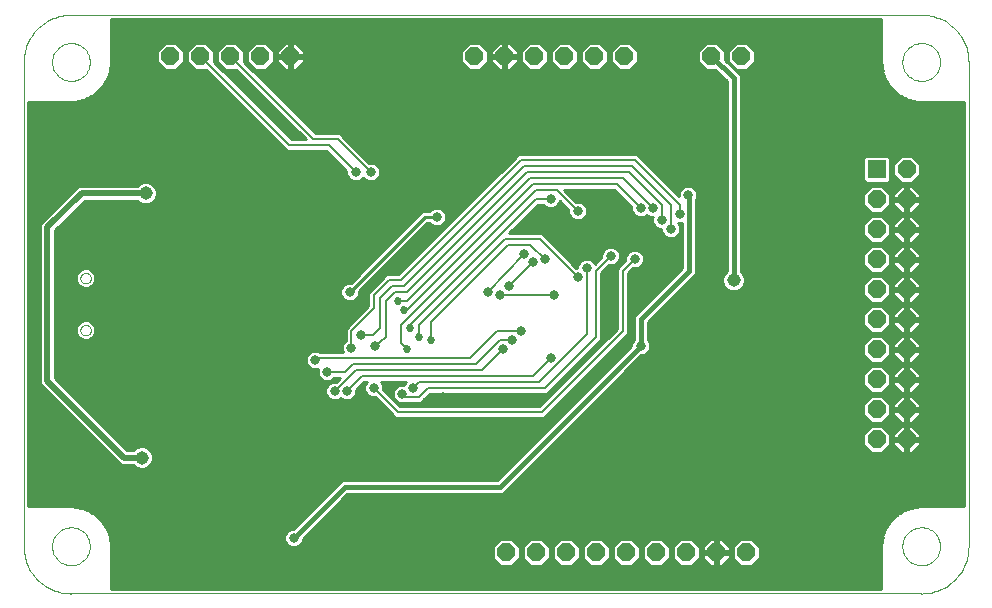
<source format=gbl>
G75*
G70*
%OFA0B0*%
%FSLAX24Y24*%
%IPPOS*%
%LPD*%
%AMOC8*
5,1,8,0,0,1.08239X$1,22.5*
%
%ADD10OC8,0.0600*%
%ADD11R,0.0600X0.0600*%
%ADD12C,0.0000*%
%ADD13C,0.0320*%
%ADD14C,0.0100*%
%ADD15C,0.0450*%
%ADD16C,0.0200*%
%ADD17C,0.0160*%
%ADD18C,0.0080*%
%ADD19C,0.0270*%
D10*
X021501Y004795D03*
X022501Y004795D03*
X023501Y004795D03*
X024501Y004795D03*
X025501Y004795D03*
X026501Y004795D03*
X027501Y004795D03*
X028501Y004795D03*
X029501Y004795D03*
X033859Y008562D03*
X034859Y008562D03*
X034859Y009562D03*
X033859Y009562D03*
X033859Y010562D03*
X034859Y010562D03*
X034859Y011562D03*
X033859Y011562D03*
X033859Y012562D03*
X034859Y012562D03*
X034859Y013562D03*
X033859Y013562D03*
X033859Y014562D03*
X034859Y014562D03*
X034859Y015562D03*
X033859Y015562D03*
X033859Y016562D03*
X034859Y016562D03*
X034859Y017562D03*
X029348Y021330D03*
X028348Y021330D03*
X025442Y021330D03*
X024442Y021330D03*
X023442Y021330D03*
X022442Y021330D03*
X021442Y021330D03*
X020442Y021330D03*
X014312Y021330D03*
X013312Y021330D03*
X012312Y021330D03*
X011312Y021330D03*
X010312Y021330D03*
D11*
X033859Y017562D03*
D12*
X035344Y003417D02*
X006997Y003417D01*
X006997Y003416D02*
X006920Y003418D01*
X006843Y003424D01*
X006766Y003433D01*
X006690Y003446D01*
X006614Y003463D01*
X006540Y003484D01*
X006466Y003508D01*
X006394Y003536D01*
X006324Y003567D01*
X006255Y003602D01*
X006187Y003640D01*
X006122Y003681D01*
X006059Y003726D01*
X005998Y003774D01*
X005939Y003824D01*
X005883Y003877D01*
X005830Y003933D01*
X005780Y003992D01*
X005732Y004053D01*
X005687Y004116D01*
X005646Y004181D01*
X005608Y004249D01*
X005573Y004318D01*
X005542Y004388D01*
X005514Y004460D01*
X005490Y004534D01*
X005469Y004608D01*
X005452Y004684D01*
X005439Y004760D01*
X005430Y004837D01*
X005424Y004914D01*
X005422Y004991D01*
X005422Y021133D01*
X006367Y021133D02*
X006369Y021183D01*
X006375Y021233D01*
X006385Y021282D01*
X006399Y021330D01*
X006416Y021377D01*
X006437Y021422D01*
X006462Y021466D01*
X006490Y021507D01*
X006522Y021546D01*
X006556Y021583D01*
X006593Y021617D01*
X006633Y021647D01*
X006675Y021674D01*
X006719Y021698D01*
X006765Y021719D01*
X006812Y021735D01*
X006860Y021748D01*
X006910Y021757D01*
X006959Y021762D01*
X007010Y021763D01*
X007060Y021760D01*
X007109Y021753D01*
X007158Y021742D01*
X007206Y021727D01*
X007252Y021709D01*
X007297Y021687D01*
X007340Y021661D01*
X007381Y021632D01*
X007420Y021600D01*
X007456Y021565D01*
X007488Y021527D01*
X007518Y021487D01*
X007545Y021444D01*
X007568Y021400D01*
X007587Y021354D01*
X007603Y021306D01*
X007615Y021257D01*
X007623Y021208D01*
X007627Y021158D01*
X007627Y021108D01*
X007623Y021058D01*
X007615Y021009D01*
X007603Y020960D01*
X007587Y020912D01*
X007568Y020866D01*
X007545Y020822D01*
X007518Y020779D01*
X007488Y020739D01*
X007456Y020701D01*
X007420Y020666D01*
X007381Y020634D01*
X007340Y020605D01*
X007297Y020579D01*
X007252Y020557D01*
X007206Y020539D01*
X007158Y020524D01*
X007109Y020513D01*
X007060Y020506D01*
X007010Y020503D01*
X006959Y020504D01*
X006910Y020509D01*
X006860Y020518D01*
X006812Y020531D01*
X006765Y020547D01*
X006719Y020568D01*
X006675Y020592D01*
X006633Y020619D01*
X006593Y020649D01*
X006556Y020683D01*
X006522Y020720D01*
X006490Y020759D01*
X006462Y020800D01*
X006437Y020844D01*
X006416Y020889D01*
X006399Y020936D01*
X006385Y020984D01*
X006375Y021033D01*
X006369Y021083D01*
X006367Y021133D01*
X005422Y021133D02*
X005424Y021210D01*
X005430Y021287D01*
X005439Y021364D01*
X005452Y021440D01*
X005469Y021516D01*
X005490Y021590D01*
X005514Y021664D01*
X005542Y021736D01*
X005573Y021806D01*
X005608Y021875D01*
X005646Y021943D01*
X005687Y022008D01*
X005732Y022071D01*
X005780Y022132D01*
X005830Y022191D01*
X005883Y022247D01*
X005939Y022300D01*
X005998Y022350D01*
X006059Y022398D01*
X006122Y022443D01*
X006187Y022484D01*
X006255Y022522D01*
X006324Y022557D01*
X006394Y022588D01*
X006466Y022616D01*
X006540Y022640D01*
X006614Y022661D01*
X006690Y022678D01*
X006766Y022691D01*
X006843Y022700D01*
X006920Y022706D01*
X006997Y022708D01*
X035344Y022708D01*
X034714Y021133D02*
X034716Y021183D01*
X034722Y021233D01*
X034732Y021282D01*
X034746Y021330D01*
X034763Y021377D01*
X034784Y021422D01*
X034809Y021466D01*
X034837Y021507D01*
X034869Y021546D01*
X034903Y021583D01*
X034940Y021617D01*
X034980Y021647D01*
X035022Y021674D01*
X035066Y021698D01*
X035112Y021719D01*
X035159Y021735D01*
X035207Y021748D01*
X035257Y021757D01*
X035306Y021762D01*
X035357Y021763D01*
X035407Y021760D01*
X035456Y021753D01*
X035505Y021742D01*
X035553Y021727D01*
X035599Y021709D01*
X035644Y021687D01*
X035687Y021661D01*
X035728Y021632D01*
X035767Y021600D01*
X035803Y021565D01*
X035835Y021527D01*
X035865Y021487D01*
X035892Y021444D01*
X035915Y021400D01*
X035934Y021354D01*
X035950Y021306D01*
X035962Y021257D01*
X035970Y021208D01*
X035974Y021158D01*
X035974Y021108D01*
X035970Y021058D01*
X035962Y021009D01*
X035950Y020960D01*
X035934Y020912D01*
X035915Y020866D01*
X035892Y020822D01*
X035865Y020779D01*
X035835Y020739D01*
X035803Y020701D01*
X035767Y020666D01*
X035728Y020634D01*
X035687Y020605D01*
X035644Y020579D01*
X035599Y020557D01*
X035553Y020539D01*
X035505Y020524D01*
X035456Y020513D01*
X035407Y020506D01*
X035357Y020503D01*
X035306Y020504D01*
X035257Y020509D01*
X035207Y020518D01*
X035159Y020531D01*
X035112Y020547D01*
X035066Y020568D01*
X035022Y020592D01*
X034980Y020619D01*
X034940Y020649D01*
X034903Y020683D01*
X034869Y020720D01*
X034837Y020759D01*
X034809Y020800D01*
X034784Y020844D01*
X034763Y020889D01*
X034746Y020936D01*
X034732Y020984D01*
X034722Y021033D01*
X034716Y021083D01*
X034714Y021133D01*
X035344Y022708D02*
X035421Y022706D01*
X035498Y022700D01*
X035575Y022691D01*
X035651Y022678D01*
X035727Y022661D01*
X035801Y022640D01*
X035875Y022616D01*
X035947Y022588D01*
X036017Y022557D01*
X036086Y022522D01*
X036154Y022484D01*
X036219Y022443D01*
X036282Y022398D01*
X036343Y022350D01*
X036402Y022300D01*
X036458Y022247D01*
X036511Y022191D01*
X036561Y022132D01*
X036609Y022071D01*
X036654Y022008D01*
X036695Y021943D01*
X036733Y021875D01*
X036768Y021806D01*
X036799Y021736D01*
X036827Y021664D01*
X036851Y021590D01*
X036872Y021516D01*
X036889Y021440D01*
X036902Y021364D01*
X036911Y021287D01*
X036917Y021210D01*
X036919Y021133D01*
X036918Y021133D02*
X036918Y004991D01*
X034714Y004991D02*
X034716Y005041D01*
X034722Y005091D01*
X034732Y005140D01*
X034746Y005188D01*
X034763Y005235D01*
X034784Y005280D01*
X034809Y005324D01*
X034837Y005365D01*
X034869Y005404D01*
X034903Y005441D01*
X034940Y005475D01*
X034980Y005505D01*
X035022Y005532D01*
X035066Y005556D01*
X035112Y005577D01*
X035159Y005593D01*
X035207Y005606D01*
X035257Y005615D01*
X035306Y005620D01*
X035357Y005621D01*
X035407Y005618D01*
X035456Y005611D01*
X035505Y005600D01*
X035553Y005585D01*
X035599Y005567D01*
X035644Y005545D01*
X035687Y005519D01*
X035728Y005490D01*
X035767Y005458D01*
X035803Y005423D01*
X035835Y005385D01*
X035865Y005345D01*
X035892Y005302D01*
X035915Y005258D01*
X035934Y005212D01*
X035950Y005164D01*
X035962Y005115D01*
X035970Y005066D01*
X035974Y005016D01*
X035974Y004966D01*
X035970Y004916D01*
X035962Y004867D01*
X035950Y004818D01*
X035934Y004770D01*
X035915Y004724D01*
X035892Y004680D01*
X035865Y004637D01*
X035835Y004597D01*
X035803Y004559D01*
X035767Y004524D01*
X035728Y004492D01*
X035687Y004463D01*
X035644Y004437D01*
X035599Y004415D01*
X035553Y004397D01*
X035505Y004382D01*
X035456Y004371D01*
X035407Y004364D01*
X035357Y004361D01*
X035306Y004362D01*
X035257Y004367D01*
X035207Y004376D01*
X035159Y004389D01*
X035112Y004405D01*
X035066Y004426D01*
X035022Y004450D01*
X034980Y004477D01*
X034940Y004507D01*
X034903Y004541D01*
X034869Y004578D01*
X034837Y004617D01*
X034809Y004658D01*
X034784Y004702D01*
X034763Y004747D01*
X034746Y004794D01*
X034732Y004842D01*
X034722Y004891D01*
X034716Y004941D01*
X034714Y004991D01*
X035344Y003416D02*
X035421Y003418D01*
X035498Y003424D01*
X035575Y003433D01*
X035651Y003446D01*
X035727Y003463D01*
X035801Y003484D01*
X035875Y003508D01*
X035947Y003536D01*
X036017Y003567D01*
X036086Y003602D01*
X036154Y003640D01*
X036219Y003681D01*
X036282Y003726D01*
X036343Y003774D01*
X036402Y003824D01*
X036458Y003877D01*
X036511Y003933D01*
X036561Y003992D01*
X036609Y004053D01*
X036654Y004116D01*
X036695Y004181D01*
X036733Y004249D01*
X036768Y004318D01*
X036799Y004388D01*
X036827Y004460D01*
X036851Y004534D01*
X036872Y004608D01*
X036889Y004684D01*
X036902Y004760D01*
X036911Y004837D01*
X036917Y004914D01*
X036919Y004991D01*
X007312Y012196D02*
X007314Y012222D01*
X007320Y012248D01*
X007330Y012273D01*
X007343Y012296D01*
X007359Y012316D01*
X007379Y012334D01*
X007401Y012349D01*
X007424Y012361D01*
X007450Y012369D01*
X007476Y012373D01*
X007502Y012373D01*
X007528Y012369D01*
X007554Y012361D01*
X007578Y012349D01*
X007599Y012334D01*
X007619Y012316D01*
X007635Y012296D01*
X007648Y012273D01*
X007658Y012248D01*
X007664Y012222D01*
X007666Y012196D01*
X007664Y012170D01*
X007658Y012144D01*
X007648Y012119D01*
X007635Y012096D01*
X007619Y012076D01*
X007599Y012058D01*
X007577Y012043D01*
X007554Y012031D01*
X007528Y012023D01*
X007502Y012019D01*
X007476Y012019D01*
X007450Y012023D01*
X007424Y012031D01*
X007400Y012043D01*
X007379Y012058D01*
X007359Y012076D01*
X007343Y012096D01*
X007330Y012119D01*
X007320Y012144D01*
X007314Y012170D01*
X007312Y012196D01*
X007312Y013929D02*
X007314Y013955D01*
X007320Y013981D01*
X007330Y014006D01*
X007343Y014029D01*
X007359Y014049D01*
X007379Y014067D01*
X007401Y014082D01*
X007424Y014094D01*
X007450Y014102D01*
X007476Y014106D01*
X007502Y014106D01*
X007528Y014102D01*
X007554Y014094D01*
X007578Y014082D01*
X007599Y014067D01*
X007619Y014049D01*
X007635Y014029D01*
X007648Y014006D01*
X007658Y013981D01*
X007664Y013955D01*
X007666Y013929D01*
X007664Y013903D01*
X007658Y013877D01*
X007648Y013852D01*
X007635Y013829D01*
X007619Y013809D01*
X007599Y013791D01*
X007577Y013776D01*
X007554Y013764D01*
X007528Y013756D01*
X007502Y013752D01*
X007476Y013752D01*
X007450Y013756D01*
X007424Y013764D01*
X007400Y013776D01*
X007379Y013791D01*
X007359Y013809D01*
X007343Y013829D01*
X007330Y013852D01*
X007320Y013877D01*
X007314Y013903D01*
X007312Y013929D01*
X006367Y004991D02*
X006369Y005041D01*
X006375Y005091D01*
X006385Y005140D01*
X006399Y005188D01*
X006416Y005235D01*
X006437Y005280D01*
X006462Y005324D01*
X006490Y005365D01*
X006522Y005404D01*
X006556Y005441D01*
X006593Y005475D01*
X006633Y005505D01*
X006675Y005532D01*
X006719Y005556D01*
X006765Y005577D01*
X006812Y005593D01*
X006860Y005606D01*
X006910Y005615D01*
X006959Y005620D01*
X007010Y005621D01*
X007060Y005618D01*
X007109Y005611D01*
X007158Y005600D01*
X007206Y005585D01*
X007252Y005567D01*
X007297Y005545D01*
X007340Y005519D01*
X007381Y005490D01*
X007420Y005458D01*
X007456Y005423D01*
X007488Y005385D01*
X007518Y005345D01*
X007545Y005302D01*
X007568Y005258D01*
X007587Y005212D01*
X007603Y005164D01*
X007615Y005115D01*
X007623Y005066D01*
X007627Y005016D01*
X007627Y004966D01*
X007623Y004916D01*
X007615Y004867D01*
X007603Y004818D01*
X007587Y004770D01*
X007568Y004724D01*
X007545Y004680D01*
X007518Y004637D01*
X007488Y004597D01*
X007456Y004559D01*
X007420Y004524D01*
X007381Y004492D01*
X007340Y004463D01*
X007297Y004437D01*
X007252Y004415D01*
X007206Y004397D01*
X007158Y004382D01*
X007109Y004371D01*
X007060Y004364D01*
X007010Y004361D01*
X006959Y004362D01*
X006910Y004367D01*
X006860Y004376D01*
X006812Y004389D01*
X006765Y004405D01*
X006719Y004426D01*
X006675Y004450D01*
X006633Y004477D01*
X006593Y004507D01*
X006556Y004541D01*
X006522Y004578D01*
X006490Y004617D01*
X006462Y004658D01*
X006437Y004702D01*
X006416Y004747D01*
X006399Y004794D01*
X006385Y004842D01*
X006375Y004891D01*
X006369Y004941D01*
X006367Y004991D01*
D13*
X008572Y003810D03*
X009359Y004204D03*
X010540Y004204D03*
X011863Y006129D03*
X012453Y006719D03*
X011272Y006916D03*
X010485Y006325D03*
X009500Y007113D03*
X011791Y009462D03*
X012691Y009962D03*
X013394Y009962D03*
X014046Y009962D03*
X015291Y010362D03*
X015791Y010162D03*
X016191Y010162D03*
X017091Y010262D03*
X017591Y010262D03*
X018028Y010062D03*
X018391Y010262D03*
X019391Y009962D03*
X019391Y009062D03*
X019391Y007562D03*
X017091Y009062D03*
X015091Y007862D03*
X019032Y005762D03*
X020306Y005847D03*
X017029Y005369D03*
X015529Y004862D03*
X014422Y005262D03*
X021991Y009862D03*
X022991Y011262D03*
X021991Y012162D03*
X021691Y011862D03*
X021391Y011562D03*
X021291Y013362D03*
X020891Y013462D03*
X021591Y013662D03*
X022391Y014462D03*
X022091Y014725D03*
X022791Y014562D03*
X023891Y013962D03*
X024191Y014262D03*
X024991Y014662D03*
X025391Y015062D03*
X025791Y014562D03*
X026991Y015562D03*
X026691Y015862D03*
X026391Y016262D03*
X025991Y016262D03*
X024991Y016362D03*
X023891Y016162D03*
X023491Y015462D03*
X022791Y016162D03*
X022988Y016562D03*
X020691Y017362D03*
X020391Y018362D03*
X018891Y017462D03*
X018091Y017362D03*
X016991Y017462D03*
X016491Y017462D03*
X016891Y016862D03*
X015743Y017569D03*
X014256Y017705D03*
X013771Y017214D03*
X013308Y017732D03*
X011608Y016026D03*
X011140Y015436D03*
X009985Y015404D03*
X009467Y014919D03*
X010428Y013854D03*
X011172Y012792D03*
X009422Y011917D03*
X007547Y011667D03*
X007672Y012792D03*
X010091Y010262D03*
X013047Y012792D03*
X013701Y013903D03*
X015176Y014919D03*
X015791Y013762D03*
X016291Y013462D03*
X016691Y013062D03*
X015791Y012762D03*
X015791Y011937D03*
X016341Y011600D03*
X016678Y012025D03*
X017128Y011662D03*
X015528Y010800D03*
X015128Y011200D03*
X018191Y014662D03*
X018291Y015962D03*
X019191Y015962D03*
X023091Y013362D03*
X024891Y012462D03*
X025491Y011662D03*
X025991Y011662D03*
X026891Y012662D03*
X029894Y012762D03*
X030288Y014062D03*
X030676Y015914D03*
X027568Y016704D03*
X027291Y016062D03*
X026491Y017962D03*
X025791Y019162D03*
X030194Y018072D03*
X036525Y019558D03*
X033769Y022314D03*
X018191Y020562D03*
X016691Y021362D03*
X015991Y021362D03*
X015491Y019462D03*
X012395Y015411D03*
X005816Y019558D03*
X008572Y022314D03*
X026391Y010162D03*
X027678Y008456D03*
X029375Y008062D03*
X026891Y006562D03*
X028194Y006169D03*
X025191Y008062D03*
X033769Y003810D03*
X036525Y006566D03*
X005816Y006566D03*
D14*
X005572Y006570D02*
X015405Y006570D01*
X015503Y006669D02*
X005572Y006669D01*
X005572Y006767D02*
X015602Y006767D01*
X015700Y006866D02*
X005572Y006866D01*
X005572Y006964D02*
X015799Y006964D01*
X015898Y007063D02*
X005572Y007063D01*
X005572Y007161D02*
X015996Y007161D01*
X016025Y007190D02*
X014407Y005572D01*
X014361Y005572D01*
X014247Y005525D01*
X014160Y005438D01*
X014112Y005324D01*
X014112Y005201D01*
X014160Y005087D01*
X014247Y005000D01*
X014361Y004952D01*
X014484Y004952D01*
X014598Y005000D01*
X014685Y005087D01*
X014732Y005201D01*
X014732Y005247D01*
X016215Y006730D01*
X021384Y006730D01*
X021518Y006865D01*
X026006Y011352D01*
X026053Y011352D01*
X026166Y011400D01*
X026254Y011487D01*
X026301Y011601D01*
X026301Y011724D01*
X026254Y011838D01*
X026221Y011871D01*
X026221Y012467D01*
X027692Y013939D01*
X027827Y014073D01*
X027827Y016525D01*
X027831Y016528D01*
X027878Y016642D01*
X027878Y016766D01*
X027831Y016880D01*
X027744Y016967D01*
X027630Y017014D01*
X027506Y017014D01*
X027392Y016967D01*
X027305Y016880D01*
X027258Y016766D01*
X027258Y016664D01*
X025870Y018052D01*
X025712Y018052D01*
X021912Y018052D01*
X021801Y017941D01*
X017912Y014052D01*
X017512Y014052D01*
X017401Y013941D01*
X016901Y013441D01*
X016901Y013284D01*
X016901Y012995D01*
X016151Y012245D01*
X016151Y012088D01*
X016151Y011848D01*
X016078Y011775D01*
X016031Y011662D01*
X016031Y011538D01*
X016066Y011452D01*
X015314Y011452D01*
X015304Y011463D01*
X015190Y011510D01*
X015067Y011510D01*
X014953Y011463D01*
X014866Y011375D01*
X014818Y011262D01*
X014818Y011138D01*
X014866Y011024D01*
X014953Y010937D01*
X015067Y010890D01*
X015190Y010890D01*
X015238Y010910D01*
X015218Y010861D01*
X015218Y010738D01*
X015266Y010624D01*
X015353Y010537D01*
X015467Y010490D01*
X015590Y010490D01*
X015704Y010537D01*
X015777Y010610D01*
X015970Y010610D01*
X015832Y010472D01*
X015729Y010472D01*
X015615Y010425D01*
X015528Y010338D01*
X015481Y010224D01*
X015481Y010101D01*
X015528Y009987D01*
X015615Y009900D01*
X015729Y009852D01*
X015853Y009852D01*
X015966Y009900D01*
X015991Y009924D01*
X016015Y009900D01*
X016129Y009852D01*
X016253Y009852D01*
X016366Y009900D01*
X016454Y009987D01*
X016501Y010101D01*
X016501Y010204D01*
X016770Y010472D01*
X016863Y010472D01*
X016828Y010438D01*
X016781Y010324D01*
X016781Y010201D01*
X016828Y010087D01*
X016915Y010000D01*
X017029Y009952D01*
X017132Y009952D01*
X017701Y009384D01*
X017812Y009272D01*
X022612Y009272D01*
X022770Y009272D01*
X025470Y011972D01*
X025581Y012084D01*
X025581Y014084D01*
X025750Y014252D01*
X025853Y014252D01*
X025966Y014300D01*
X026054Y014387D01*
X026101Y014501D01*
X026101Y014624D01*
X026054Y014738D01*
X025966Y014825D01*
X025853Y014872D01*
X025729Y014872D01*
X025615Y014825D01*
X025528Y014738D01*
X025481Y014624D01*
X025481Y014521D01*
X025201Y014241D01*
X025201Y014084D01*
X025201Y012241D01*
X022612Y009652D01*
X017970Y009652D01*
X017401Y010221D01*
X017401Y010324D01*
X017354Y010438D01*
X017319Y010472D01*
X018163Y010472D01*
X018128Y010438D01*
X018099Y010368D01*
X018090Y010372D01*
X017967Y010372D01*
X017853Y010325D01*
X017766Y010238D01*
X017718Y010124D01*
X017718Y010001D01*
X017766Y009887D01*
X017853Y009800D01*
X017967Y009752D01*
X018090Y009752D01*
X018138Y009772D01*
X018207Y009772D01*
X018670Y009772D01*
X018781Y009884D01*
X018970Y010072D01*
X022712Y010072D01*
X022870Y010072D01*
X024570Y011772D01*
X024681Y011884D01*
X024681Y014084D01*
X024950Y014352D01*
X025053Y014352D01*
X025166Y014400D01*
X025254Y014487D01*
X025301Y014601D01*
X025301Y014724D01*
X025254Y014838D01*
X025166Y014925D01*
X025053Y014972D01*
X024929Y014972D01*
X024815Y014925D01*
X024728Y014838D01*
X024681Y014724D01*
X024681Y014621D01*
X024467Y014407D01*
X024454Y014438D01*
X024366Y014525D01*
X024253Y014572D01*
X024129Y014572D01*
X024015Y014525D01*
X023928Y014438D01*
X023881Y014324D01*
X023881Y014272D01*
X023850Y014272D01*
X022703Y015419D01*
X022545Y015419D01*
X021616Y015419D01*
X022570Y016372D01*
X022739Y016372D01*
X022812Y016300D01*
X022926Y016252D01*
X023049Y016252D01*
X023163Y016300D01*
X023250Y016387D01*
X023294Y016491D01*
X023581Y016204D01*
X023581Y016101D01*
X023628Y015987D01*
X023715Y015900D01*
X023829Y015852D01*
X023953Y015852D01*
X024066Y015900D01*
X024154Y015987D01*
X024201Y016101D01*
X024201Y016224D01*
X024154Y016338D01*
X024066Y016425D01*
X023953Y016472D01*
X023850Y016472D01*
X023449Y016872D01*
X025112Y016872D01*
X025681Y016304D01*
X025681Y016201D01*
X025728Y016087D01*
X025815Y016000D01*
X025929Y015952D01*
X026053Y015952D01*
X026166Y016000D01*
X026191Y016024D01*
X026215Y016000D01*
X026329Y015952D01*
X026393Y015952D01*
X026381Y015924D01*
X026381Y015801D01*
X026428Y015687D01*
X026515Y015600D01*
X026629Y015552D01*
X026681Y015552D01*
X026681Y015501D01*
X026728Y015387D01*
X026815Y015300D01*
X026929Y015252D01*
X027053Y015252D01*
X027166Y015300D01*
X027254Y015387D01*
X027301Y015501D01*
X027301Y015624D01*
X027254Y015738D01*
X027239Y015752D01*
X027353Y015752D01*
X027367Y015758D01*
X027367Y014264D01*
X025896Y012792D01*
X025761Y012658D01*
X025761Y011871D01*
X025728Y011838D01*
X025681Y011724D01*
X025681Y011678D01*
X021193Y007190D01*
X016215Y007190D01*
X016025Y007190D01*
X016154Y006669D02*
X036768Y006669D01*
X036768Y006767D02*
X021421Y006767D01*
X021519Y006866D02*
X036768Y006866D01*
X036768Y006964D02*
X021618Y006964D01*
X021717Y007063D02*
X036768Y007063D01*
X036768Y007161D02*
X021815Y007161D01*
X021914Y007260D02*
X036768Y007260D01*
X036768Y007358D02*
X022012Y007358D01*
X022111Y007457D02*
X036768Y007457D01*
X036768Y007556D02*
X022209Y007556D01*
X022308Y007654D02*
X036768Y007654D01*
X036768Y007753D02*
X022406Y007753D01*
X022505Y007851D02*
X036768Y007851D01*
X036768Y007950D02*
X022603Y007950D01*
X022702Y008048D02*
X036768Y008048D01*
X036768Y008147D02*
X035080Y008147D01*
X035046Y008112D02*
X035309Y008376D01*
X035309Y008512D01*
X034910Y008512D01*
X034910Y008612D01*
X035309Y008612D01*
X035309Y008749D01*
X035046Y009012D01*
X034909Y009012D01*
X034909Y008613D01*
X034809Y008613D01*
X034809Y009012D01*
X034673Y009012D01*
X034409Y008749D01*
X034409Y008612D01*
X034809Y008612D01*
X034809Y008512D01*
X034409Y008512D01*
X034409Y008376D01*
X034673Y008112D01*
X034809Y008112D01*
X034809Y008512D01*
X034909Y008512D01*
X034909Y008112D01*
X035046Y008112D01*
X034909Y008147D02*
X034809Y008147D01*
X034809Y008245D02*
X034909Y008245D01*
X034909Y008344D02*
X034809Y008344D01*
X034809Y008442D02*
X034909Y008442D01*
X034910Y008541D02*
X036768Y008541D01*
X036768Y008639D02*
X035309Y008639D01*
X035309Y008738D02*
X036768Y008738D01*
X036768Y008837D02*
X035221Y008837D01*
X035123Y008935D02*
X036768Y008935D01*
X036768Y009034D02*
X023687Y009034D01*
X023589Y008935D02*
X033596Y008935D01*
X033673Y009012D02*
X033409Y008749D01*
X033409Y008376D01*
X033673Y008112D01*
X034046Y008112D01*
X034309Y008376D01*
X034309Y008749D01*
X034046Y009012D01*
X033673Y009012D01*
X033673Y009112D02*
X034046Y009112D01*
X034309Y009376D01*
X034309Y009749D01*
X034046Y010012D01*
X033673Y010012D01*
X033409Y009749D01*
X033409Y009376D01*
X033673Y009112D01*
X033653Y009132D02*
X023786Y009132D01*
X023884Y009231D02*
X033555Y009231D01*
X033456Y009329D02*
X023983Y009329D01*
X024082Y009428D02*
X033409Y009428D01*
X033409Y009526D02*
X024180Y009526D01*
X024279Y009625D02*
X033409Y009625D01*
X033409Y009723D02*
X024377Y009723D01*
X024476Y009822D02*
X033483Y009822D01*
X033581Y009921D02*
X024574Y009921D01*
X024673Y010019D02*
X036768Y010019D01*
X036768Y009921D02*
X035138Y009921D01*
X035046Y010012D02*
X035309Y009749D01*
X035309Y009612D01*
X034910Y009612D01*
X034910Y009512D01*
X035309Y009512D01*
X035309Y009376D01*
X035046Y009112D01*
X034909Y009112D01*
X034909Y009512D01*
X034809Y009512D01*
X034409Y009512D01*
X034409Y009376D01*
X034673Y009112D01*
X034809Y009112D01*
X034809Y009512D01*
X034809Y009612D01*
X034409Y009612D01*
X034409Y009749D01*
X034673Y010012D01*
X034809Y010012D01*
X034809Y009613D01*
X034909Y009613D01*
X034909Y010012D01*
X035046Y010012D01*
X035046Y010112D02*
X035309Y010376D01*
X035309Y010512D01*
X036768Y010512D01*
X036768Y010610D02*
X034910Y010610D01*
X034910Y010612D02*
X035309Y010612D01*
X035309Y010749D01*
X035046Y011012D01*
X034909Y011012D01*
X034909Y010613D01*
X034809Y010613D01*
X034809Y011012D01*
X034673Y011012D01*
X034409Y010749D01*
X034409Y010612D01*
X034809Y010612D01*
X034809Y010512D01*
X034409Y010512D01*
X034309Y010512D01*
X034309Y010610D02*
X034809Y010610D01*
X034809Y010512D02*
X034909Y010512D01*
X034809Y010512D01*
X034809Y010112D01*
X034673Y010112D01*
X034409Y010376D01*
X034409Y010512D01*
X034409Y010413D02*
X034309Y010413D01*
X034309Y010376D02*
X034046Y010112D01*
X033673Y010112D01*
X033409Y010376D01*
X033409Y010749D01*
X033673Y011012D01*
X034046Y011012D01*
X034309Y010749D01*
X034309Y010376D01*
X034248Y010315D02*
X034471Y010315D01*
X034569Y010216D02*
X034150Y010216D01*
X034051Y010118D02*
X034668Y010118D01*
X034809Y010118D02*
X034909Y010118D01*
X034909Y010112D02*
X035046Y010112D01*
X035051Y010118D02*
X036768Y010118D01*
X036768Y010216D02*
X035150Y010216D01*
X035248Y010315D02*
X036768Y010315D01*
X036768Y010413D02*
X035309Y010413D01*
X035309Y010512D02*
X034910Y010512D01*
X034910Y010612D01*
X034909Y010709D02*
X034809Y010709D01*
X034809Y010807D02*
X034909Y010807D01*
X034909Y010906D02*
X034809Y010906D01*
X034809Y011005D02*
X034909Y011005D01*
X034909Y011112D02*
X035046Y011112D01*
X035309Y011376D01*
X035309Y011512D01*
X034910Y011512D01*
X034910Y011612D01*
X035309Y011612D01*
X035309Y011749D01*
X035046Y012012D01*
X034909Y012012D01*
X034909Y011613D01*
X034809Y011613D01*
X034809Y012012D01*
X034673Y012012D01*
X034409Y011749D01*
X034409Y011612D01*
X034809Y011612D01*
X034809Y011512D01*
X034409Y011512D01*
X034409Y011376D01*
X034673Y011112D01*
X034809Y011112D01*
X034809Y011512D01*
X034909Y011512D01*
X034909Y011112D01*
X034909Y011202D02*
X034809Y011202D01*
X034809Y011300D02*
X034909Y011300D01*
X034909Y011399D02*
X034809Y011399D01*
X034809Y011497D02*
X034909Y011497D01*
X034910Y011596D02*
X036768Y011596D01*
X036768Y011694D02*
X035309Y011694D01*
X035265Y011793D02*
X036768Y011793D01*
X036768Y011891D02*
X035167Y011891D01*
X035068Y011990D02*
X036768Y011990D01*
X036768Y012089D02*
X026221Y012089D01*
X026221Y012187D02*
X033598Y012187D01*
X033673Y012112D02*
X034046Y012112D01*
X034309Y012376D01*
X034309Y012749D01*
X034046Y013012D01*
X033673Y013012D01*
X033409Y012749D01*
X033409Y012376D01*
X033673Y012112D01*
X033673Y012012D02*
X033409Y011749D01*
X033409Y011376D01*
X033673Y011112D01*
X034046Y011112D01*
X034309Y011376D01*
X034309Y011749D01*
X034046Y012012D01*
X033673Y012012D01*
X033651Y011990D02*
X026221Y011990D01*
X026221Y011891D02*
X033552Y011891D01*
X033454Y011793D02*
X026272Y011793D01*
X026301Y011694D02*
X033409Y011694D01*
X033409Y011596D02*
X026299Y011596D01*
X026258Y011497D02*
X033409Y011497D01*
X033409Y011399D02*
X026164Y011399D01*
X025954Y011300D02*
X033485Y011300D01*
X033584Y011202D02*
X025855Y011202D01*
X025757Y011103D02*
X036768Y011103D01*
X036768Y011005D02*
X035054Y011005D01*
X035152Y010906D02*
X036768Y010906D01*
X036768Y010807D02*
X035251Y010807D01*
X035309Y010709D02*
X036768Y010709D01*
X036768Y011202D02*
X035135Y011202D01*
X035234Y011300D02*
X036768Y011300D01*
X036768Y011399D02*
X035309Y011399D01*
X035309Y011497D02*
X036768Y011497D01*
X036768Y012187D02*
X035120Y012187D01*
X035046Y012112D02*
X035309Y012376D01*
X035309Y012512D01*
X034910Y012512D01*
X034910Y012612D01*
X035309Y012612D01*
X035309Y012749D01*
X035046Y013012D01*
X034909Y013012D01*
X034909Y012613D01*
X034809Y012613D01*
X034809Y013012D01*
X034673Y013012D01*
X034409Y012749D01*
X034409Y012612D01*
X034809Y012612D01*
X034809Y012512D01*
X034409Y012512D01*
X034409Y012376D01*
X034673Y012112D01*
X034809Y012112D01*
X034809Y012512D01*
X034909Y012512D01*
X034909Y012112D01*
X035046Y012112D01*
X034909Y012187D02*
X034809Y012187D01*
X034809Y012286D02*
X034909Y012286D01*
X034909Y012384D02*
X034809Y012384D01*
X034809Y012483D02*
X034909Y012483D01*
X034910Y012581D02*
X036768Y012581D01*
X036768Y012483D02*
X035309Y012483D01*
X035309Y012384D02*
X036768Y012384D01*
X036768Y012286D02*
X035219Y012286D01*
X034909Y011990D02*
X034809Y011990D01*
X034809Y011891D02*
X034909Y011891D01*
X034909Y011793D02*
X034809Y011793D01*
X034809Y011694D02*
X034909Y011694D01*
X034809Y011596D02*
X034309Y011596D01*
X034309Y011694D02*
X034409Y011694D01*
X034454Y011793D02*
X034265Y011793D01*
X034167Y011891D02*
X034552Y011891D01*
X034651Y011990D02*
X034068Y011990D01*
X034120Y012187D02*
X034598Y012187D01*
X034500Y012286D02*
X034219Y012286D01*
X034309Y012384D02*
X034409Y012384D01*
X034409Y012483D02*
X034309Y012483D01*
X034309Y012581D02*
X034809Y012581D01*
X034809Y012680D02*
X034909Y012680D01*
X034909Y012778D02*
X034809Y012778D01*
X034809Y012877D02*
X034909Y012877D01*
X034909Y012975D02*
X034809Y012975D01*
X034809Y013112D02*
X034809Y013512D01*
X034409Y013512D01*
X034409Y013376D01*
X034673Y013112D01*
X034809Y013112D01*
X034809Y013172D02*
X034909Y013172D01*
X034909Y013112D02*
X035046Y013112D01*
X035309Y013376D01*
X035309Y013512D01*
X034910Y013512D01*
X034910Y013612D01*
X035309Y013612D01*
X035309Y013749D01*
X035046Y014012D01*
X034909Y014012D01*
X034909Y013613D01*
X034809Y013613D01*
X034809Y014012D01*
X034673Y014012D01*
X034409Y013749D01*
X034409Y013612D01*
X034809Y013612D01*
X034809Y013512D01*
X034909Y013512D01*
X034909Y013112D01*
X034909Y013271D02*
X034809Y013271D01*
X034809Y013370D02*
X034909Y013370D01*
X034909Y013468D02*
X034809Y013468D01*
X034809Y013567D02*
X034309Y013567D01*
X034309Y013665D02*
X034409Y013665D01*
X034424Y013764D02*
X034294Y013764D01*
X034309Y013749D02*
X034046Y014012D01*
X033673Y014012D01*
X033409Y013749D01*
X033409Y013376D01*
X033673Y013112D01*
X034046Y013112D01*
X034309Y013376D01*
X034309Y013749D01*
X034196Y013862D02*
X034523Y013862D01*
X034621Y013961D02*
X034097Y013961D01*
X034046Y014112D02*
X034309Y014376D01*
X034309Y014749D01*
X034410Y014749D01*
X034409Y014749D02*
X034409Y014612D01*
X034809Y014612D01*
X034809Y014512D01*
X034409Y014512D01*
X034409Y014376D01*
X034673Y014112D01*
X034809Y014112D01*
X034809Y014512D01*
X034909Y014512D01*
X034909Y014112D01*
X035046Y014112D01*
X035309Y014376D01*
X035309Y014512D01*
X034910Y014512D01*
X034910Y014612D01*
X035309Y014612D01*
X035309Y014749D01*
X036768Y014749D01*
X036768Y014651D02*
X035309Y014651D01*
X035309Y014749D02*
X035046Y015012D01*
X034909Y015012D01*
X034909Y014613D01*
X034809Y014613D01*
X034809Y015012D01*
X034673Y015012D01*
X034409Y014749D01*
X034409Y014651D02*
X034309Y014651D01*
X034309Y014749D02*
X034046Y015012D01*
X033673Y015012D01*
X033409Y014749D01*
X033409Y014376D01*
X033673Y014112D01*
X034046Y014112D01*
X034091Y014158D02*
X034627Y014158D01*
X034529Y014256D02*
X034190Y014256D01*
X034288Y014355D02*
X034430Y014355D01*
X034409Y014454D02*
X034309Y014454D01*
X034309Y014552D02*
X034809Y014552D01*
X034809Y014454D02*
X034909Y014454D01*
X034910Y014552D02*
X036768Y014552D01*
X036768Y014454D02*
X035309Y014454D01*
X035288Y014355D02*
X036768Y014355D01*
X036768Y014256D02*
X035190Y014256D01*
X035091Y014158D02*
X036768Y014158D01*
X036768Y014059D02*
X029412Y014059D01*
X029406Y014075D02*
X029318Y014163D01*
X029318Y020495D01*
X029318Y020685D01*
X028798Y021205D01*
X028798Y021516D01*
X028534Y021780D01*
X028161Y021780D01*
X027898Y021516D01*
X027898Y021144D01*
X028161Y020880D01*
X028472Y020880D01*
X028858Y020495D01*
X028858Y014163D01*
X028770Y014075D01*
X028713Y013937D01*
X028713Y013788D01*
X028770Y013650D01*
X028875Y013544D01*
X029013Y013487D01*
X029162Y013487D01*
X029300Y013544D01*
X029406Y013650D01*
X029463Y013788D01*
X029463Y013937D01*
X029406Y014075D01*
X029322Y014158D02*
X033627Y014158D01*
X033529Y014256D02*
X029318Y014256D01*
X029318Y014355D02*
X033430Y014355D01*
X033409Y014454D02*
X029318Y014454D01*
X029318Y014552D02*
X033409Y014552D01*
X033409Y014651D02*
X029318Y014651D01*
X029318Y014749D02*
X033410Y014749D01*
X033508Y014848D02*
X029318Y014848D01*
X029318Y014946D02*
X033607Y014946D01*
X033673Y015112D02*
X034046Y015112D01*
X034309Y015376D01*
X034309Y015749D01*
X034046Y016012D01*
X033673Y016012D01*
X033409Y015749D01*
X033409Y015376D01*
X033673Y015112D01*
X033642Y015143D02*
X029318Y015143D01*
X029318Y015045D02*
X036768Y015045D01*
X036768Y015143D02*
X035077Y015143D01*
X035046Y015112D02*
X035309Y015376D01*
X035309Y015512D01*
X034910Y015512D01*
X034910Y015612D01*
X035309Y015612D01*
X035309Y015749D01*
X035046Y016012D01*
X034909Y016012D01*
X034909Y015613D01*
X034809Y015613D01*
X034809Y016012D01*
X034673Y016012D01*
X034409Y015749D01*
X034409Y015612D01*
X034809Y015612D01*
X034809Y015512D01*
X034409Y015512D01*
X034409Y015376D01*
X034673Y015112D01*
X034809Y015112D01*
X034809Y015512D01*
X034909Y015512D01*
X034909Y015112D01*
X035046Y015112D01*
X034909Y015143D02*
X034809Y015143D01*
X034809Y015242D02*
X034909Y015242D01*
X034909Y015340D02*
X034809Y015340D01*
X034809Y015439D02*
X034909Y015439D01*
X034910Y015538D02*
X036768Y015538D01*
X036768Y015636D02*
X035309Y015636D01*
X035309Y015735D02*
X036768Y015735D01*
X036768Y015833D02*
X035225Y015833D01*
X035126Y015932D02*
X036768Y015932D01*
X036768Y016030D02*
X029318Y016030D01*
X029318Y015932D02*
X033592Y015932D01*
X033494Y015833D02*
X029318Y015833D01*
X029318Y015735D02*
X033409Y015735D01*
X033409Y015636D02*
X029318Y015636D01*
X029318Y015538D02*
X033409Y015538D01*
X033409Y015439D02*
X029318Y015439D01*
X029318Y015340D02*
X033445Y015340D01*
X033543Y015242D02*
X029318Y015242D01*
X028858Y015242D02*
X027827Y015242D01*
X027827Y015340D02*
X028858Y015340D01*
X028858Y015439D02*
X027827Y015439D01*
X027827Y015538D02*
X028858Y015538D01*
X028858Y015636D02*
X027827Y015636D01*
X027827Y015735D02*
X028858Y015735D01*
X028858Y015833D02*
X027827Y015833D01*
X027827Y015932D02*
X028858Y015932D01*
X028858Y016030D02*
X027827Y016030D01*
X027827Y016129D02*
X028858Y016129D01*
X028858Y016227D02*
X027827Y016227D01*
X027827Y016326D02*
X028858Y016326D01*
X028858Y016424D02*
X027827Y016424D01*
X027827Y016523D02*
X028858Y016523D01*
X028858Y016621D02*
X027869Y016621D01*
X027878Y016720D02*
X028858Y016720D01*
X028858Y016819D02*
X027856Y016819D01*
X027793Y016917D02*
X028858Y016917D01*
X028858Y017016D02*
X026906Y017016D01*
X026808Y017114D02*
X028858Y017114D01*
X028858Y017213D02*
X026709Y017213D01*
X026611Y017311D02*
X028858Y017311D01*
X028858Y017410D02*
X026512Y017410D01*
X026414Y017508D02*
X028858Y017508D01*
X028858Y017607D02*
X026315Y017607D01*
X026216Y017705D02*
X028858Y017705D01*
X028858Y017804D02*
X026118Y017804D01*
X026019Y017903D02*
X028858Y017903D01*
X028858Y018001D02*
X025921Y018001D01*
X025166Y016819D02*
X023503Y016819D01*
X023602Y016720D02*
X025264Y016720D01*
X025363Y016621D02*
X023700Y016621D01*
X023799Y016523D02*
X025462Y016523D01*
X025560Y016424D02*
X024067Y016424D01*
X024159Y016326D02*
X025659Y016326D01*
X025681Y016227D02*
X024199Y016227D01*
X024201Y016129D02*
X025711Y016129D01*
X025785Y016030D02*
X024172Y016030D01*
X024099Y015932D02*
X026384Y015932D01*
X026381Y015833D02*
X022030Y015833D01*
X021932Y015735D02*
X026408Y015735D01*
X026479Y015636D02*
X021833Y015636D01*
X021735Y015538D02*
X026681Y015538D01*
X026706Y015439D02*
X021636Y015439D01*
X022129Y015932D02*
X023683Y015932D01*
X023610Y016030D02*
X022227Y016030D01*
X022326Y016129D02*
X023581Y016129D01*
X023557Y016227D02*
X022424Y016227D01*
X022523Y016326D02*
X022786Y016326D01*
X023190Y016326D02*
X023459Y016326D01*
X023360Y016424D02*
X023266Y016424D01*
X022781Y015340D02*
X026774Y015340D01*
X027207Y015340D02*
X027367Y015340D01*
X027367Y015242D02*
X022880Y015242D01*
X022979Y015143D02*
X027367Y015143D01*
X027367Y015045D02*
X023077Y015045D01*
X023176Y014946D02*
X024866Y014946D01*
X024738Y014848D02*
X023274Y014848D01*
X023373Y014749D02*
X024691Y014749D01*
X024681Y014651D02*
X023471Y014651D01*
X023570Y014552D02*
X024080Y014552D01*
X023944Y014454D02*
X023668Y014454D01*
X023767Y014355D02*
X023894Y014355D01*
X024301Y014552D02*
X024612Y014552D01*
X024513Y014454D02*
X024438Y014454D01*
X024755Y014158D02*
X025201Y014158D01*
X025201Y014059D02*
X024681Y014059D01*
X024681Y013961D02*
X025201Y013961D01*
X025201Y013862D02*
X024681Y013862D01*
X024681Y013764D02*
X025201Y013764D01*
X025201Y013665D02*
X024681Y013665D01*
X024681Y013567D02*
X025201Y013567D01*
X025201Y013468D02*
X024681Y013468D01*
X024681Y013370D02*
X025201Y013370D01*
X025201Y013271D02*
X024681Y013271D01*
X024681Y013172D02*
X025201Y013172D01*
X025201Y013074D02*
X024681Y013074D01*
X024681Y012975D02*
X025201Y012975D01*
X025201Y012877D02*
X024681Y012877D01*
X024681Y012778D02*
X025201Y012778D01*
X025201Y012680D02*
X024681Y012680D01*
X024681Y012581D02*
X025201Y012581D01*
X025201Y012483D02*
X024681Y012483D01*
X024681Y012384D02*
X025201Y012384D01*
X025201Y012286D02*
X024681Y012286D01*
X024681Y012187D02*
X025147Y012187D01*
X025048Y012089D02*
X024681Y012089D01*
X024681Y011990D02*
X024950Y011990D01*
X024851Y011891D02*
X024681Y011891D01*
X024753Y011793D02*
X024590Y011793D01*
X024654Y011694D02*
X024492Y011694D01*
X024556Y011596D02*
X024393Y011596D01*
X024457Y011497D02*
X024294Y011497D01*
X024359Y011399D02*
X024196Y011399D01*
X024260Y011300D02*
X024097Y011300D01*
X024161Y011202D02*
X023999Y011202D01*
X024063Y011103D02*
X023900Y011103D01*
X023964Y011005D02*
X023802Y011005D01*
X023866Y010906D02*
X023703Y010906D01*
X023767Y010807D02*
X023605Y010807D01*
X023669Y010709D02*
X023506Y010709D01*
X023570Y010610D02*
X023408Y010610D01*
X023472Y010512D02*
X023309Y010512D01*
X023373Y010413D02*
X023210Y010413D01*
X023275Y010315D02*
X023112Y010315D01*
X023176Y010216D02*
X023013Y010216D01*
X023077Y010118D02*
X022915Y010118D01*
X022979Y010019D02*
X018916Y010019D01*
X018818Y009921D02*
X022880Y009921D01*
X022782Y009822D02*
X018719Y009822D01*
X017898Y009723D02*
X022683Y009723D01*
X022925Y009428D02*
X023431Y009428D01*
X023530Y009526D02*
X023024Y009526D01*
X023122Y009625D02*
X023628Y009625D01*
X023727Y009723D02*
X023221Y009723D01*
X023319Y009822D02*
X023825Y009822D01*
X023924Y009921D02*
X023418Y009921D01*
X023516Y010019D02*
X024022Y010019D01*
X024121Y010118D02*
X023615Y010118D01*
X023713Y010216D02*
X024219Y010216D01*
X024318Y010315D02*
X023812Y010315D01*
X023910Y010413D02*
X024417Y010413D01*
X024515Y010512D02*
X024009Y010512D01*
X024108Y010610D02*
X024614Y010610D01*
X024712Y010709D02*
X024206Y010709D01*
X024305Y010807D02*
X024811Y010807D01*
X024909Y010906D02*
X024403Y010906D01*
X024502Y011005D02*
X025008Y011005D01*
X025106Y011103D02*
X024600Y011103D01*
X024699Y011202D02*
X025205Y011202D01*
X025303Y011300D02*
X024797Y011300D01*
X024896Y011399D02*
X025402Y011399D01*
X025501Y011497D02*
X024994Y011497D01*
X025093Y011596D02*
X025599Y011596D01*
X025681Y011694D02*
X025192Y011694D01*
X025290Y011793D02*
X025709Y011793D01*
X025761Y011891D02*
X025389Y011891D01*
X025487Y011990D02*
X025761Y011990D01*
X025761Y012089D02*
X025581Y012089D01*
X025581Y012187D02*
X025761Y012187D01*
X025761Y012286D02*
X025581Y012286D01*
X025581Y012384D02*
X025761Y012384D01*
X025761Y012483D02*
X025581Y012483D01*
X025581Y012581D02*
X025761Y012581D01*
X025783Y012680D02*
X025581Y012680D01*
X025581Y012778D02*
X025882Y012778D01*
X025980Y012877D02*
X025581Y012877D01*
X025581Y012975D02*
X026079Y012975D01*
X026177Y013074D02*
X025581Y013074D01*
X025581Y013172D02*
X026276Y013172D01*
X026374Y013271D02*
X025581Y013271D01*
X025581Y013370D02*
X026473Y013370D01*
X026571Y013468D02*
X025581Y013468D01*
X025581Y013567D02*
X026670Y013567D01*
X026768Y013665D02*
X025581Y013665D01*
X025581Y013764D02*
X026867Y013764D01*
X026966Y013862D02*
X025581Y013862D01*
X025581Y013961D02*
X027064Y013961D01*
X027163Y014059D02*
X025581Y014059D01*
X025655Y014158D02*
X027261Y014158D01*
X027360Y014256D02*
X025862Y014256D01*
X026022Y014355D02*
X027367Y014355D01*
X027367Y014454D02*
X026081Y014454D01*
X026101Y014552D02*
X027367Y014552D01*
X027367Y014651D02*
X026090Y014651D01*
X026042Y014749D02*
X027367Y014749D01*
X027367Y014848D02*
X025912Y014848D01*
X025670Y014848D02*
X025244Y014848D01*
X025290Y014749D02*
X025539Y014749D01*
X025492Y014651D02*
X025301Y014651D01*
X025281Y014552D02*
X025481Y014552D01*
X025413Y014454D02*
X025220Y014454D01*
X025315Y014355D02*
X025059Y014355D01*
X025216Y014256D02*
X024854Y014256D01*
X025115Y014946D02*
X027367Y014946D01*
X027827Y014946D02*
X028858Y014946D01*
X028858Y014848D02*
X027827Y014848D01*
X027827Y014749D02*
X028858Y014749D01*
X028858Y014651D02*
X027827Y014651D01*
X027827Y014552D02*
X028858Y014552D01*
X028858Y014454D02*
X027827Y014454D01*
X027827Y014355D02*
X028858Y014355D01*
X028858Y014256D02*
X027827Y014256D01*
X027827Y014158D02*
X028853Y014158D01*
X028763Y014059D02*
X027813Y014059D01*
X027715Y013961D02*
X028723Y013961D01*
X028713Y013862D02*
X027616Y013862D01*
X027517Y013764D02*
X028723Y013764D01*
X028763Y013665D02*
X027419Y013665D01*
X027320Y013567D02*
X028853Y013567D01*
X029322Y013567D02*
X033409Y013567D01*
X033409Y013665D02*
X029412Y013665D01*
X029453Y013764D02*
X033424Y013764D01*
X033523Y013862D02*
X029463Y013862D01*
X029453Y013961D02*
X033621Y013961D01*
X033409Y013468D02*
X027222Y013468D01*
X027123Y013370D02*
X033416Y013370D01*
X033514Y013271D02*
X027025Y013271D01*
X026926Y013172D02*
X033613Y013172D01*
X033636Y012975D02*
X026729Y012975D01*
X026631Y012877D02*
X033537Y012877D01*
X033439Y012778D02*
X026532Y012778D01*
X026434Y012680D02*
X033409Y012680D01*
X033409Y012581D02*
X026335Y012581D01*
X026236Y012483D02*
X033409Y012483D01*
X033409Y012384D02*
X026221Y012384D01*
X026221Y012286D02*
X033500Y012286D01*
X034309Y012680D02*
X034409Y012680D01*
X034439Y012778D02*
X034280Y012778D01*
X034181Y012877D02*
X034537Y012877D01*
X034636Y012975D02*
X034083Y012975D01*
X034106Y013172D02*
X034613Y013172D01*
X034514Y013271D02*
X034204Y013271D01*
X034303Y013370D02*
X034416Y013370D01*
X034409Y013468D02*
X034309Y013468D01*
X034809Y013665D02*
X034909Y013665D01*
X034910Y013567D02*
X036768Y013567D01*
X036768Y013665D02*
X035309Y013665D01*
X035294Y013764D02*
X036768Y013764D01*
X036768Y013862D02*
X035196Y013862D01*
X035097Y013961D02*
X036768Y013961D01*
X036768Y013468D02*
X035309Y013468D01*
X035303Y013370D02*
X036768Y013370D01*
X036768Y013271D02*
X035204Y013271D01*
X035106Y013172D02*
X036768Y013172D01*
X036768Y013074D02*
X026828Y013074D01*
X027827Y015045D02*
X028858Y015045D01*
X028858Y015143D02*
X027827Y015143D01*
X027367Y015439D02*
X027275Y015439D01*
X027301Y015538D02*
X027367Y015538D01*
X027367Y015636D02*
X027296Y015636D01*
X027255Y015735D02*
X027367Y015735D01*
X027258Y016720D02*
X027202Y016720D01*
X027280Y016819D02*
X027103Y016819D01*
X027005Y016917D02*
X027343Y016917D01*
X028858Y018100D02*
X016622Y018100D01*
X016524Y018198D02*
X028858Y018198D01*
X028858Y018297D02*
X016425Y018297D01*
X016327Y018395D02*
X028858Y018395D01*
X028858Y018494D02*
X016228Y018494D01*
X016130Y018592D02*
X028858Y018592D01*
X028858Y018691D02*
X016031Y018691D01*
X016081Y018641D02*
X015970Y018752D01*
X015159Y018752D01*
X012762Y021149D01*
X012762Y021516D01*
X012499Y021780D01*
X012126Y021780D01*
X011862Y021516D01*
X011862Y021144D01*
X012126Y020880D01*
X012493Y020880D01*
X014821Y018552D01*
X014359Y018552D01*
X011762Y021149D01*
X011762Y021516D01*
X011499Y021780D01*
X011126Y021780D01*
X010862Y021516D01*
X010862Y021144D01*
X011126Y020880D01*
X011493Y020880D01*
X014201Y018172D01*
X014359Y018172D01*
X015512Y018172D01*
X016181Y017504D01*
X016181Y017401D01*
X016228Y017287D01*
X016315Y017200D01*
X016429Y017152D01*
X016553Y017152D01*
X016666Y017200D01*
X016741Y017274D01*
X016815Y017200D01*
X016929Y017152D01*
X017053Y017152D01*
X017166Y017200D01*
X017254Y017287D01*
X017301Y017401D01*
X017301Y017524D01*
X017254Y017638D01*
X017166Y017725D01*
X017053Y017772D01*
X016950Y017772D01*
X016081Y018641D01*
X015585Y018100D02*
X005572Y018100D01*
X005572Y018198D02*
X014175Y018198D01*
X014077Y018297D02*
X005572Y018297D01*
X005572Y018395D02*
X013978Y018395D01*
X013880Y018494D02*
X005572Y018494D01*
X005572Y018592D02*
X013781Y018592D01*
X013683Y018691D02*
X005572Y018691D01*
X005572Y018789D02*
X013584Y018789D01*
X013485Y018888D02*
X005572Y018888D01*
X005572Y018987D02*
X013387Y018987D01*
X013288Y019085D02*
X005572Y019085D01*
X005572Y019184D02*
X013190Y019184D01*
X013091Y019282D02*
X005572Y019282D01*
X005572Y019381D02*
X012993Y019381D01*
X012894Y019479D02*
X005572Y019479D01*
X005572Y019578D02*
X012796Y019578D01*
X012697Y019676D02*
X005572Y019676D01*
X005572Y019775D02*
X012599Y019775D01*
X012500Y019873D02*
X007427Y019873D01*
X007429Y019877D02*
X007493Y019901D01*
X007505Y019897D01*
X007550Y019922D01*
X007598Y019940D01*
X007603Y019951D01*
X007664Y019984D01*
X007676Y019982D01*
X007717Y020013D01*
X007762Y020038D01*
X007766Y020049D01*
X007821Y020091D01*
X007833Y020091D01*
X007869Y020127D01*
X007910Y020158D01*
X007912Y020170D01*
X007961Y020218D01*
X007973Y020220D01*
X008003Y020261D01*
X008040Y020298D01*
X008040Y020310D01*
X008081Y020365D01*
X008093Y020368D01*
X008117Y020413D01*
X008148Y020454D01*
X008146Y020467D01*
X008179Y020527D01*
X008190Y020532D01*
X008208Y020580D01*
X008233Y020625D01*
X008229Y020637D01*
X008253Y020701D01*
X008264Y020708D01*
X008275Y020758D01*
X008293Y020806D01*
X008288Y020817D01*
X008302Y020884D01*
X008311Y020892D01*
X008315Y020944D01*
X008326Y020994D01*
X008319Y021004D01*
X008324Y021067D01*
X008328Y021071D01*
X008328Y021128D01*
X008332Y021184D01*
X008328Y021189D01*
X008328Y022558D01*
X034013Y022558D01*
X034013Y021189D01*
X034008Y021184D01*
X034013Y021128D01*
X034013Y021071D01*
X034017Y021067D01*
X034021Y021004D01*
X034015Y020994D01*
X034026Y020944D01*
X034029Y020892D01*
X034039Y020884D01*
X034053Y020817D01*
X034048Y020806D01*
X034066Y020758D01*
X034077Y020708D01*
X034087Y020701D01*
X034111Y020637D01*
X034108Y020625D01*
X034132Y020580D01*
X034150Y020532D01*
X034162Y020527D01*
X034194Y020467D01*
X034193Y020454D01*
X034224Y020413D01*
X034248Y020368D01*
X034260Y020365D01*
X034301Y020310D01*
X034301Y020298D01*
X034337Y020261D01*
X034368Y020220D01*
X034380Y020218D01*
X034429Y020170D01*
X034431Y020158D01*
X034472Y020127D01*
X034508Y020091D01*
X034520Y020091D01*
X034575Y020049D01*
X034579Y020038D01*
X034624Y020013D01*
X034665Y019982D01*
X034677Y019984D01*
X034737Y019951D01*
X034742Y019940D01*
X034791Y019922D01*
X034836Y019897D01*
X034847Y019901D01*
X034912Y019877D01*
X034918Y019867D01*
X034969Y019856D01*
X035017Y019838D01*
X035028Y019843D01*
X035095Y019828D01*
X035103Y019819D01*
X035154Y019815D01*
X035204Y019804D01*
X035215Y019811D01*
X035277Y019806D01*
X035281Y019802D01*
X035338Y019802D01*
X035395Y019798D01*
X035400Y019802D01*
X036768Y019802D01*
X036768Y006323D01*
X035400Y006323D01*
X035395Y006327D01*
X035338Y006323D01*
X035281Y006323D01*
X035277Y006318D01*
X035215Y006314D01*
X035204Y006320D01*
X035154Y006309D01*
X035103Y006306D01*
X035095Y006296D01*
X035028Y006282D01*
X035017Y006287D01*
X034969Y006269D01*
X034918Y006258D01*
X034912Y006248D01*
X034847Y006224D01*
X034836Y006227D01*
X034791Y006203D01*
X034742Y006185D01*
X034737Y006174D01*
X034677Y006141D01*
X034665Y006142D01*
X034624Y006112D01*
X034579Y006087D01*
X034575Y006075D01*
X034520Y006034D01*
X034508Y006034D01*
X034472Y005998D01*
X034431Y005967D01*
X034429Y005955D01*
X034380Y005906D01*
X034368Y005905D01*
X034337Y005863D01*
X034301Y005827D01*
X034301Y005815D01*
X034260Y005760D01*
X034248Y005756D01*
X034224Y005711D01*
X034193Y005670D01*
X034194Y005658D01*
X034162Y005598D01*
X034150Y005593D01*
X034132Y005544D01*
X034108Y005499D01*
X034111Y005488D01*
X034087Y005423D01*
X034077Y005417D01*
X034066Y005366D01*
X034048Y005318D01*
X034053Y005307D01*
X034039Y005240D01*
X034029Y005232D01*
X034026Y005181D01*
X034015Y005131D01*
X034021Y005120D01*
X034017Y005058D01*
X034013Y005054D01*
X034013Y004997D01*
X034008Y004940D01*
X034013Y004936D01*
X034013Y003567D01*
X008328Y003567D01*
X008328Y004936D01*
X008332Y004940D01*
X008328Y004997D01*
X008328Y005054D01*
X008324Y005058D01*
X008319Y005120D01*
X008326Y005131D01*
X008315Y005181D01*
X008311Y005232D01*
X008302Y005240D01*
X008288Y005307D01*
X008293Y005318D01*
X008275Y005366D01*
X008264Y005417D01*
X008253Y005423D01*
X008229Y005488D01*
X008233Y005499D01*
X008208Y005544D01*
X008190Y005593D01*
X008179Y005598D01*
X008146Y005658D01*
X008148Y005670D01*
X008117Y005711D01*
X008093Y005756D01*
X008081Y005760D01*
X008040Y005815D01*
X008040Y005827D01*
X008003Y005863D01*
X007973Y005905D01*
X007961Y005906D01*
X007912Y005955D01*
X007910Y005967D01*
X007869Y005998D01*
X007833Y006034D01*
X007821Y006034D01*
X007766Y006075D01*
X007762Y006087D01*
X007717Y006112D01*
X007676Y006142D01*
X007664Y006141D01*
X007603Y006174D01*
X007598Y006185D01*
X007550Y006203D01*
X007505Y006227D01*
X007493Y006224D01*
X007429Y006248D01*
X007422Y006258D01*
X007372Y006269D01*
X007324Y006287D01*
X007313Y006282D01*
X007246Y006296D01*
X007238Y006306D01*
X007187Y006309D01*
X007136Y006320D01*
X007126Y006314D01*
X007064Y006318D01*
X007059Y006323D01*
X007003Y006323D01*
X006946Y006327D01*
X006941Y006323D01*
X005572Y006323D01*
X005572Y019802D01*
X006941Y019802D01*
X006946Y019798D01*
X007003Y019802D01*
X007059Y019802D01*
X007064Y019806D01*
X007126Y019811D01*
X007136Y019804D01*
X007186Y019815D01*
X007238Y019819D01*
X007246Y019828D01*
X007313Y019843D01*
X007324Y019838D01*
X007372Y019856D01*
X007422Y019867D01*
X007429Y019877D01*
X007642Y019972D02*
X012401Y019972D01*
X012303Y020071D02*
X007794Y020071D01*
X007912Y020169D02*
X012204Y020169D01*
X012106Y020268D02*
X008010Y020268D01*
X008085Y020366D02*
X012007Y020366D01*
X011909Y020465D02*
X008147Y020465D01*
X008202Y020563D02*
X011810Y020563D01*
X011712Y020662D02*
X008239Y020662D01*
X008276Y020760D02*
X011613Y020760D01*
X011515Y020859D02*
X008297Y020859D01*
X008318Y020957D02*
X010048Y020957D01*
X010126Y020880D02*
X010499Y020880D01*
X010762Y021144D01*
X010762Y021516D01*
X010499Y021780D01*
X010126Y021780D01*
X009862Y021516D01*
X009862Y021144D01*
X010126Y020880D01*
X009950Y021056D02*
X008323Y021056D01*
X008330Y021154D02*
X009862Y021154D01*
X009862Y021253D02*
X008328Y021253D01*
X008328Y021352D02*
X009862Y021352D01*
X009862Y021450D02*
X008328Y021450D01*
X008328Y021549D02*
X009894Y021549D01*
X009993Y021647D02*
X008328Y021647D01*
X008328Y021746D02*
X010091Y021746D01*
X010533Y021746D02*
X011091Y021746D01*
X010993Y021647D02*
X010631Y021647D01*
X010730Y021549D02*
X010894Y021549D01*
X010862Y021450D02*
X010762Y021450D01*
X010762Y021352D02*
X010862Y021352D01*
X010862Y021253D02*
X010762Y021253D01*
X010762Y021154D02*
X010862Y021154D01*
X010950Y021056D02*
X010674Y021056D01*
X010576Y020957D02*
X011048Y020957D01*
X011762Y021154D02*
X011862Y021154D01*
X011855Y021056D02*
X011950Y021056D01*
X011953Y020957D02*
X012048Y020957D01*
X012052Y020859D02*
X012515Y020859D01*
X012613Y020760D02*
X012151Y020760D01*
X012249Y020662D02*
X012712Y020662D01*
X012810Y020563D02*
X012348Y020563D01*
X012446Y020465D02*
X012909Y020465D01*
X013007Y020366D02*
X012545Y020366D01*
X012643Y020268D02*
X013106Y020268D01*
X013204Y020169D02*
X012742Y020169D01*
X012840Y020071D02*
X013303Y020071D01*
X013401Y019972D02*
X012939Y019972D01*
X013037Y019873D02*
X013500Y019873D01*
X013599Y019775D02*
X013136Y019775D01*
X013235Y019676D02*
X013697Y019676D01*
X013796Y019578D02*
X013333Y019578D01*
X013432Y019479D02*
X013894Y019479D01*
X013993Y019381D02*
X013530Y019381D01*
X013629Y019282D02*
X014091Y019282D01*
X014190Y019184D02*
X013727Y019184D01*
X013826Y019085D02*
X014288Y019085D01*
X014387Y018987D02*
X013924Y018987D01*
X014023Y018888D02*
X014485Y018888D01*
X014584Y018789D02*
X014121Y018789D01*
X014220Y018691D02*
X014683Y018691D01*
X014781Y018592D02*
X014319Y018592D01*
X014924Y018987D02*
X028858Y018987D01*
X028858Y019085D02*
X014826Y019085D01*
X014727Y019184D02*
X028858Y019184D01*
X028858Y019282D02*
X014629Y019282D01*
X014530Y019381D02*
X028858Y019381D01*
X028858Y019479D02*
X014432Y019479D01*
X014333Y019578D02*
X028858Y019578D01*
X028858Y019676D02*
X014235Y019676D01*
X014136Y019775D02*
X028858Y019775D01*
X028858Y019873D02*
X014037Y019873D01*
X013939Y019972D02*
X028858Y019972D01*
X028858Y020071D02*
X013840Y020071D01*
X013742Y020169D02*
X028858Y020169D01*
X028858Y020268D02*
X013643Y020268D01*
X013545Y020366D02*
X028858Y020366D01*
X028858Y020465D02*
X013446Y020465D01*
X013348Y020563D02*
X028789Y020563D01*
X028691Y020662D02*
X013249Y020662D01*
X013151Y020760D02*
X028592Y020760D01*
X028494Y020859D02*
X013052Y020859D01*
X013126Y020880D02*
X013499Y020880D01*
X013762Y021144D01*
X013762Y021516D01*
X013499Y021780D01*
X013126Y021780D01*
X012862Y021516D01*
X012862Y021144D01*
X013126Y020880D01*
X013048Y020957D02*
X012953Y020957D01*
X012950Y021056D02*
X012855Y021056D01*
X012862Y021154D02*
X012762Y021154D01*
X012762Y021253D02*
X012862Y021253D01*
X012862Y021352D02*
X012762Y021352D01*
X012762Y021450D02*
X012862Y021450D01*
X012894Y021549D02*
X012730Y021549D01*
X012631Y021647D02*
X012993Y021647D01*
X013091Y021746D02*
X012533Y021746D01*
X012091Y021746D02*
X011533Y021746D01*
X011631Y021647D02*
X011993Y021647D01*
X011894Y021549D02*
X011730Y021549D01*
X011762Y021450D02*
X011862Y021450D01*
X011862Y021352D02*
X011762Y021352D01*
X011762Y021253D02*
X011862Y021253D01*
X013576Y020957D02*
X014048Y020957D01*
X014126Y020880D02*
X013862Y021144D01*
X013862Y021280D01*
X014262Y021280D01*
X014262Y021380D01*
X013862Y021380D01*
X013862Y021516D01*
X014126Y021780D01*
X014262Y021780D01*
X014262Y021380D01*
X014362Y021380D01*
X014362Y021780D01*
X014499Y021780D01*
X014762Y021516D01*
X014762Y021380D01*
X014362Y021380D01*
X014362Y021280D01*
X014362Y020880D01*
X014499Y020880D01*
X014762Y021144D01*
X014762Y021280D01*
X014362Y021280D01*
X014262Y021280D01*
X014262Y020880D01*
X014126Y020880D01*
X014262Y020957D02*
X014362Y020957D01*
X014362Y021056D02*
X014262Y021056D01*
X014262Y021154D02*
X014362Y021154D01*
X014362Y021253D02*
X014262Y021253D01*
X014262Y021352D02*
X013762Y021352D01*
X013762Y021450D02*
X013862Y021450D01*
X013894Y021549D02*
X013730Y021549D01*
X013631Y021647D02*
X013993Y021647D01*
X014091Y021746D02*
X013533Y021746D01*
X013762Y021253D02*
X013862Y021253D01*
X013862Y021154D02*
X013762Y021154D01*
X013674Y021056D02*
X013950Y021056D01*
X014576Y020957D02*
X020178Y020957D01*
X020256Y020880D02*
X020628Y020880D01*
X020892Y021144D01*
X020892Y021516D01*
X020628Y021780D01*
X020256Y021780D01*
X019992Y021516D01*
X019992Y021144D01*
X020256Y020880D01*
X020080Y021056D02*
X014674Y021056D01*
X014762Y021154D02*
X019992Y021154D01*
X019992Y021253D02*
X014762Y021253D01*
X014762Y021450D02*
X019992Y021450D01*
X019992Y021352D02*
X014362Y021352D01*
X014362Y021450D02*
X014262Y021450D01*
X014262Y021549D02*
X014362Y021549D01*
X014362Y021647D02*
X014262Y021647D01*
X014262Y021746D02*
X014362Y021746D01*
X014533Y021746D02*
X020221Y021746D01*
X020123Y021647D02*
X014631Y021647D01*
X014730Y021549D02*
X020024Y021549D01*
X020663Y021746D02*
X021221Y021746D01*
X021256Y021780D02*
X020992Y021516D01*
X020992Y021380D01*
X021392Y021380D01*
X021392Y021280D01*
X021492Y021280D01*
X021492Y020880D01*
X021628Y020880D01*
X021892Y021144D01*
X021892Y021280D01*
X021492Y021280D01*
X021492Y021380D01*
X021892Y021380D01*
X021892Y021516D01*
X021628Y021780D01*
X021492Y021780D01*
X021492Y021380D01*
X021392Y021380D01*
X021392Y021780D01*
X021256Y021780D01*
X021392Y021746D02*
X021492Y021746D01*
X021492Y021647D02*
X021392Y021647D01*
X021392Y021549D02*
X021492Y021549D01*
X021492Y021450D02*
X021392Y021450D01*
X021392Y021352D02*
X020892Y021352D01*
X020892Y021450D02*
X020992Y021450D01*
X021024Y021549D02*
X020860Y021549D01*
X020761Y021647D02*
X021123Y021647D01*
X021492Y021352D02*
X021992Y021352D01*
X021992Y021450D02*
X021892Y021450D01*
X021860Y021549D02*
X022024Y021549D01*
X021992Y021516D02*
X021992Y021144D01*
X022256Y020880D01*
X022628Y020880D01*
X022892Y021144D01*
X022892Y021516D01*
X022628Y021780D01*
X022256Y021780D01*
X021992Y021516D01*
X022123Y021647D02*
X021761Y021647D01*
X021663Y021746D02*
X022221Y021746D01*
X022663Y021746D02*
X023221Y021746D01*
X023256Y021780D02*
X022992Y021516D01*
X022992Y021144D01*
X023256Y020880D01*
X023628Y020880D01*
X023892Y021144D01*
X023892Y021516D01*
X023628Y021780D01*
X023256Y021780D01*
X023123Y021647D02*
X022761Y021647D01*
X022860Y021549D02*
X023024Y021549D01*
X022992Y021450D02*
X022892Y021450D01*
X022892Y021352D02*
X022992Y021352D01*
X022992Y021253D02*
X022892Y021253D01*
X022892Y021154D02*
X022992Y021154D01*
X023080Y021056D02*
X022804Y021056D01*
X022706Y020957D02*
X023178Y020957D01*
X023706Y020957D02*
X024178Y020957D01*
X024256Y020880D02*
X023992Y021144D01*
X023992Y021516D01*
X024256Y021780D01*
X024628Y021780D01*
X024892Y021516D01*
X024892Y021144D01*
X024628Y020880D01*
X024256Y020880D01*
X024080Y021056D02*
X023804Y021056D01*
X023892Y021154D02*
X023992Y021154D01*
X023992Y021253D02*
X023892Y021253D01*
X023892Y021352D02*
X023992Y021352D01*
X023992Y021450D02*
X023892Y021450D01*
X023860Y021549D02*
X024024Y021549D01*
X024123Y021647D02*
X023761Y021647D01*
X023663Y021746D02*
X024221Y021746D01*
X024663Y021746D02*
X025221Y021746D01*
X025256Y021780D02*
X024992Y021516D01*
X024992Y021144D01*
X025256Y020880D01*
X025628Y020880D01*
X025892Y021144D01*
X025892Y021516D01*
X025628Y021780D01*
X025256Y021780D01*
X025123Y021647D02*
X024761Y021647D01*
X024860Y021549D02*
X025024Y021549D01*
X024992Y021450D02*
X024892Y021450D01*
X024892Y021352D02*
X024992Y021352D01*
X024992Y021253D02*
X024892Y021253D01*
X024892Y021154D02*
X024992Y021154D01*
X025080Y021056D02*
X024804Y021056D01*
X024706Y020957D02*
X025178Y020957D01*
X025706Y020957D02*
X028084Y020957D01*
X027985Y021056D02*
X025804Y021056D01*
X025892Y021154D02*
X027898Y021154D01*
X027898Y021253D02*
X025892Y021253D01*
X025892Y021352D02*
X027898Y021352D01*
X027898Y021450D02*
X025892Y021450D01*
X025860Y021549D02*
X027930Y021549D01*
X028028Y021647D02*
X025761Y021647D01*
X025663Y021746D02*
X028127Y021746D01*
X028568Y021746D02*
X029127Y021746D01*
X029161Y021780D02*
X028898Y021516D01*
X028898Y021144D01*
X029161Y020880D01*
X029534Y020880D01*
X029798Y021144D01*
X029798Y021516D01*
X029534Y021780D01*
X029161Y021780D01*
X029028Y021647D02*
X028667Y021647D01*
X028765Y021549D02*
X028930Y021549D01*
X028898Y021450D02*
X028798Y021450D01*
X028798Y021352D02*
X028898Y021352D01*
X028898Y021253D02*
X028798Y021253D01*
X028848Y021154D02*
X028898Y021154D01*
X028947Y021056D02*
X028985Y021056D01*
X029045Y020957D02*
X029084Y020957D01*
X029144Y020859D02*
X034044Y020859D01*
X034023Y020957D02*
X029611Y020957D01*
X029710Y021056D02*
X034018Y021056D01*
X034011Y021154D02*
X029798Y021154D01*
X029798Y021253D02*
X034013Y021253D01*
X034013Y021352D02*
X029798Y021352D01*
X029798Y021450D02*
X034013Y021450D01*
X034013Y021549D02*
X029765Y021549D01*
X029667Y021647D02*
X034013Y021647D01*
X034013Y021746D02*
X029568Y021746D01*
X029243Y020760D02*
X034065Y020760D01*
X034102Y020662D02*
X029318Y020662D01*
X029318Y020563D02*
X034139Y020563D01*
X034194Y020465D02*
X029318Y020465D01*
X029318Y020366D02*
X034255Y020366D01*
X034331Y020268D02*
X029318Y020268D01*
X029318Y020169D02*
X034429Y020169D01*
X034547Y020071D02*
X029318Y020071D01*
X029318Y019972D02*
X034699Y019972D01*
X034914Y019873D02*
X029318Y019873D01*
X029318Y019775D02*
X036768Y019775D01*
X036768Y019676D02*
X029318Y019676D01*
X029318Y019578D02*
X036768Y019578D01*
X036768Y019479D02*
X029318Y019479D01*
X029318Y019381D02*
X036768Y019381D01*
X036768Y019282D02*
X029318Y019282D01*
X029318Y019184D02*
X036768Y019184D01*
X036768Y019085D02*
X029318Y019085D01*
X029318Y018987D02*
X036768Y018987D01*
X036768Y018888D02*
X029318Y018888D01*
X029318Y018789D02*
X036768Y018789D01*
X036768Y018691D02*
X029318Y018691D01*
X029318Y018592D02*
X036768Y018592D01*
X036768Y018494D02*
X029318Y018494D01*
X029318Y018395D02*
X036768Y018395D01*
X036768Y018297D02*
X029318Y018297D01*
X029318Y018198D02*
X036768Y018198D01*
X036768Y018100D02*
X029318Y018100D01*
X029318Y018001D02*
X033486Y018001D01*
X033497Y018012D02*
X033409Y017924D01*
X033409Y017200D01*
X033497Y017112D01*
X034221Y017112D01*
X034309Y017200D01*
X034309Y017924D01*
X034221Y018012D01*
X033497Y018012D01*
X033409Y017903D02*
X029318Y017903D01*
X029318Y017804D02*
X033409Y017804D01*
X033409Y017705D02*
X029318Y017705D01*
X029318Y017607D02*
X033409Y017607D01*
X033409Y017508D02*
X029318Y017508D01*
X029318Y017410D02*
X033409Y017410D01*
X033409Y017311D02*
X029318Y017311D01*
X029318Y017213D02*
X033409Y017213D01*
X033495Y017114D02*
X029318Y017114D01*
X029318Y017016D02*
X036768Y017016D01*
X036768Y017114D02*
X035048Y017114D01*
X035046Y017112D02*
X035309Y017376D01*
X035309Y017749D01*
X035046Y018012D01*
X034673Y018012D01*
X034409Y017749D01*
X034409Y017376D01*
X034673Y017112D01*
X035046Y017112D01*
X035046Y017012D02*
X034909Y017012D01*
X034909Y016613D01*
X034809Y016613D01*
X034809Y017012D01*
X034673Y017012D01*
X034409Y016749D01*
X034409Y016612D01*
X034809Y016612D01*
X034809Y016512D01*
X034409Y016512D01*
X034409Y016376D01*
X034673Y016112D01*
X034809Y016112D01*
X034809Y016512D01*
X034909Y016512D01*
X034909Y016112D01*
X035046Y016112D01*
X035309Y016376D01*
X035309Y016512D01*
X034910Y016512D01*
X034910Y016612D01*
X035309Y016612D01*
X035309Y016749D01*
X035046Y017012D01*
X035141Y016917D02*
X036768Y016917D01*
X036768Y016819D02*
X035239Y016819D01*
X035309Y016720D02*
X036768Y016720D01*
X036768Y016621D02*
X035309Y016621D01*
X035309Y016424D02*
X036768Y016424D01*
X036768Y016326D02*
X035259Y016326D01*
X035161Y016227D02*
X036768Y016227D01*
X036768Y016129D02*
X035062Y016129D01*
X034909Y016129D02*
X034809Y016129D01*
X034809Y016227D02*
X034909Y016227D01*
X034909Y016326D02*
X034809Y016326D01*
X034809Y016424D02*
X034909Y016424D01*
X034910Y016523D02*
X036768Y016523D01*
X036768Y017213D02*
X035146Y017213D01*
X035245Y017311D02*
X036768Y017311D01*
X036768Y017410D02*
X035309Y017410D01*
X035309Y017508D02*
X036768Y017508D01*
X036768Y017607D02*
X035309Y017607D01*
X035309Y017705D02*
X036768Y017705D01*
X036768Y017804D02*
X035254Y017804D01*
X035156Y017903D02*
X036768Y017903D01*
X036768Y018001D02*
X035057Y018001D01*
X034662Y018001D02*
X034233Y018001D01*
X034309Y017903D02*
X034563Y017903D01*
X034465Y017804D02*
X034309Y017804D01*
X034309Y017705D02*
X034409Y017705D01*
X034409Y017607D02*
X034309Y017607D01*
X034309Y017508D02*
X034409Y017508D01*
X034409Y017410D02*
X034309Y017410D01*
X034309Y017311D02*
X034474Y017311D01*
X034573Y017213D02*
X034309Y017213D01*
X034223Y017114D02*
X034671Y017114D01*
X034578Y016917D02*
X034141Y016917D01*
X034046Y017012D02*
X033673Y017012D01*
X033409Y016749D01*
X033409Y016376D01*
X033673Y016112D01*
X034046Y016112D01*
X034309Y016376D01*
X034309Y016749D01*
X034046Y017012D01*
X034239Y016819D02*
X034479Y016819D01*
X034409Y016720D02*
X034309Y016720D01*
X034309Y016621D02*
X034409Y016621D01*
X034309Y016523D02*
X034809Y016523D01*
X034809Y016621D02*
X034909Y016621D01*
X034909Y016720D02*
X034809Y016720D01*
X034809Y016819D02*
X034909Y016819D01*
X034909Y016917D02*
X034809Y016917D01*
X034409Y016424D02*
X034309Y016424D01*
X034259Y016326D02*
X034459Y016326D01*
X034558Y016227D02*
X034161Y016227D01*
X034062Y016129D02*
X034657Y016129D01*
X034592Y015932D02*
X034126Y015932D01*
X034225Y015833D02*
X034494Y015833D01*
X034409Y015735D02*
X034309Y015735D01*
X034309Y015636D02*
X034409Y015636D01*
X034309Y015538D02*
X034809Y015538D01*
X034809Y015636D02*
X034909Y015636D01*
X034909Y015735D02*
X034809Y015735D01*
X034809Y015833D02*
X034909Y015833D01*
X034909Y015932D02*
X034809Y015932D01*
X034409Y015439D02*
X034309Y015439D01*
X034274Y015340D02*
X034445Y015340D01*
X034543Y015242D02*
X034175Y015242D01*
X034077Y015143D02*
X034642Y015143D01*
X034607Y014946D02*
X034112Y014946D01*
X034210Y014848D02*
X034508Y014848D01*
X034809Y014848D02*
X034909Y014848D01*
X034909Y014946D02*
X034809Y014946D01*
X034809Y014749D02*
X034909Y014749D01*
X034909Y014651D02*
X034809Y014651D01*
X035112Y014946D02*
X036768Y014946D01*
X036768Y014848D02*
X035210Y014848D01*
X035175Y015242D02*
X036768Y015242D01*
X036768Y015340D02*
X035274Y015340D01*
X035309Y015439D02*
X036768Y015439D01*
X034909Y014355D02*
X034809Y014355D01*
X034809Y014256D02*
X034909Y014256D01*
X034909Y014158D02*
X034809Y014158D01*
X034809Y013961D02*
X034909Y013961D01*
X034909Y013862D02*
X034809Y013862D01*
X034809Y013764D02*
X034909Y013764D01*
X035083Y012975D02*
X036768Y012975D01*
X036768Y012877D02*
X035181Y012877D01*
X035280Y012778D02*
X036768Y012778D01*
X036768Y012680D02*
X035309Y012680D01*
X034409Y011497D02*
X034309Y011497D01*
X034309Y011399D02*
X034409Y011399D01*
X034485Y011300D02*
X034234Y011300D01*
X034135Y011202D02*
X034584Y011202D01*
X034665Y011005D02*
X034054Y011005D01*
X034152Y010906D02*
X034567Y010906D01*
X034468Y010807D02*
X034251Y010807D01*
X034309Y010709D02*
X034409Y010709D01*
X034809Y010413D02*
X034909Y010413D01*
X034909Y010315D02*
X034809Y010315D01*
X034809Y010216D02*
X034909Y010216D01*
X034909Y010112D02*
X034909Y010512D01*
X034909Y009921D02*
X034809Y009921D01*
X034809Y009822D02*
X034909Y009822D01*
X034909Y009723D02*
X034809Y009723D01*
X034809Y009625D02*
X034909Y009625D01*
X034910Y009526D02*
X036768Y009526D01*
X036768Y009428D02*
X035309Y009428D01*
X035263Y009329D02*
X036768Y009329D01*
X036768Y009231D02*
X035164Y009231D01*
X035066Y009132D02*
X036768Y009132D01*
X036768Y009625D02*
X035309Y009625D01*
X035309Y009723D02*
X036768Y009723D01*
X036768Y009822D02*
X035236Y009822D01*
X034809Y009526D02*
X034309Y009526D01*
X034309Y009428D02*
X034409Y009428D01*
X034456Y009329D02*
X034263Y009329D01*
X034164Y009231D02*
X034555Y009231D01*
X034653Y009132D02*
X034066Y009132D01*
X034123Y008935D02*
X034596Y008935D01*
X034497Y008837D02*
X034221Y008837D01*
X034309Y008738D02*
X034409Y008738D01*
X034409Y008639D02*
X034309Y008639D01*
X034309Y008541D02*
X034809Y008541D01*
X034809Y008639D02*
X034909Y008639D01*
X034909Y008738D02*
X034809Y008738D01*
X034809Y008837D02*
X034909Y008837D01*
X034909Y008935D02*
X034809Y008935D01*
X034809Y009132D02*
X034909Y009132D01*
X034909Y009231D02*
X034809Y009231D01*
X034809Y009329D02*
X034909Y009329D01*
X034909Y009428D02*
X034809Y009428D01*
X034409Y009625D02*
X034309Y009625D01*
X034309Y009723D02*
X034409Y009723D01*
X034483Y009822D02*
X034236Y009822D01*
X034138Y009921D02*
X034581Y009921D01*
X033668Y010118D02*
X024771Y010118D01*
X024870Y010216D02*
X033569Y010216D01*
X033471Y010315D02*
X024968Y010315D01*
X025067Y010413D02*
X033409Y010413D01*
X033409Y010512D02*
X025166Y010512D01*
X025264Y010610D02*
X033409Y010610D01*
X033409Y010709D02*
X025363Y010709D01*
X025461Y010807D02*
X033468Y010807D01*
X033567Y010906D02*
X025560Y010906D01*
X025658Y011005D02*
X033665Y011005D01*
X033497Y008837D02*
X023490Y008837D01*
X023392Y008738D02*
X033409Y008738D01*
X033409Y008639D02*
X023293Y008639D01*
X023195Y008541D02*
X033409Y008541D01*
X033409Y008442D02*
X023096Y008442D01*
X022998Y008344D02*
X033441Y008344D01*
X033540Y008245D02*
X022899Y008245D01*
X022801Y008147D02*
X033639Y008147D01*
X034080Y008147D02*
X034639Y008147D01*
X034540Y008245D02*
X034179Y008245D01*
X034277Y008344D02*
X034441Y008344D01*
X034409Y008442D02*
X034309Y008442D01*
X035179Y008245D02*
X036768Y008245D01*
X036768Y008344D02*
X035277Y008344D01*
X035309Y008442D02*
X036768Y008442D01*
X036768Y006570D02*
X016055Y006570D01*
X015957Y006472D02*
X036768Y006472D01*
X036768Y006373D02*
X015858Y006373D01*
X015760Y006274D02*
X034983Y006274D01*
X034738Y006176D02*
X015661Y006176D01*
X015563Y006077D02*
X034576Y006077D01*
X034446Y005979D02*
X015464Y005979D01*
X015366Y005880D02*
X034350Y005880D01*
X034276Y005782D02*
X015267Y005782D01*
X015168Y005683D02*
X034202Y005683D01*
X034147Y005585D02*
X015070Y005585D01*
X014971Y005486D02*
X034111Y005486D01*
X034071Y005388D02*
X014873Y005388D01*
X014774Y005289D02*
X034049Y005289D01*
X034026Y005190D02*
X029742Y005190D01*
X029687Y005245D02*
X029315Y005245D01*
X029051Y004981D01*
X029051Y004608D01*
X029315Y004345D01*
X029687Y004345D01*
X029951Y004608D01*
X029951Y004981D01*
X029687Y005245D01*
X029840Y005092D02*
X034019Y005092D01*
X034012Y004993D02*
X029939Y004993D01*
X029951Y004895D02*
X034013Y004895D01*
X034013Y004796D02*
X029951Y004796D01*
X029951Y004698D02*
X034013Y004698D01*
X034013Y004599D02*
X029942Y004599D01*
X029844Y004501D02*
X034013Y004501D01*
X034013Y004402D02*
X029745Y004402D01*
X029257Y004402D02*
X028745Y004402D01*
X028687Y004345D02*
X028951Y004608D01*
X028951Y004745D01*
X028551Y004745D01*
X028551Y004845D01*
X028451Y004845D01*
X028451Y005245D01*
X028315Y005245D01*
X028051Y004981D01*
X028051Y004845D01*
X028451Y004845D01*
X028451Y004745D01*
X028051Y004745D01*
X028051Y004608D01*
X028315Y004345D01*
X028451Y004345D01*
X028451Y004744D01*
X028551Y004744D01*
X028551Y004345D01*
X028687Y004345D01*
X028551Y004402D02*
X028451Y004402D01*
X028451Y004501D02*
X028551Y004501D01*
X028551Y004599D02*
X028451Y004599D01*
X028451Y004698D02*
X028551Y004698D01*
X028551Y004796D02*
X029051Y004796D01*
X029051Y004698D02*
X028951Y004698D01*
X028942Y004599D02*
X029060Y004599D01*
X029159Y004501D02*
X028844Y004501D01*
X028951Y004845D02*
X028551Y004845D01*
X028551Y005245D01*
X028687Y005245D01*
X028951Y004981D01*
X028951Y004845D01*
X028951Y004895D02*
X029051Y004895D01*
X029063Y004993D02*
X028939Y004993D01*
X028840Y005092D02*
X029162Y005092D01*
X029261Y005190D02*
X028742Y005190D01*
X028551Y005190D02*
X028451Y005190D01*
X028451Y005092D02*
X028551Y005092D01*
X028551Y004993D02*
X028451Y004993D01*
X028451Y004895D02*
X028551Y004895D01*
X028451Y004796D02*
X027951Y004796D01*
X027951Y004698D02*
X028051Y004698D01*
X028060Y004599D02*
X027942Y004599D01*
X027951Y004608D02*
X027687Y004345D01*
X027315Y004345D01*
X027051Y004608D01*
X027051Y004981D01*
X027315Y005245D01*
X027687Y005245D01*
X027951Y004981D01*
X027951Y004608D01*
X027844Y004501D02*
X028159Y004501D01*
X028257Y004402D02*
X027745Y004402D01*
X027257Y004402D02*
X026745Y004402D01*
X026687Y004345D02*
X026951Y004608D01*
X026951Y004981D01*
X026687Y005245D01*
X026315Y005245D01*
X026051Y004981D01*
X026051Y004608D01*
X026315Y004345D01*
X026687Y004345D01*
X026844Y004501D02*
X027159Y004501D01*
X027060Y004599D02*
X026942Y004599D01*
X026951Y004698D02*
X027051Y004698D01*
X027051Y004796D02*
X026951Y004796D01*
X026951Y004895D02*
X027051Y004895D01*
X027063Y004993D02*
X026939Y004993D01*
X026840Y005092D02*
X027162Y005092D01*
X027261Y005190D02*
X026742Y005190D01*
X026261Y005190D02*
X025742Y005190D01*
X025687Y005245D02*
X025315Y005245D01*
X025051Y004981D01*
X025051Y004608D01*
X025315Y004345D01*
X025687Y004345D01*
X025951Y004608D01*
X025951Y004981D01*
X025687Y005245D01*
X025840Y005092D02*
X026162Y005092D01*
X026063Y004993D02*
X025939Y004993D01*
X025951Y004895D02*
X026051Y004895D01*
X026051Y004796D02*
X025951Y004796D01*
X025951Y004698D02*
X026051Y004698D01*
X026060Y004599D02*
X025942Y004599D01*
X025844Y004501D02*
X026159Y004501D01*
X026257Y004402D02*
X025745Y004402D01*
X025257Y004402D02*
X024745Y004402D01*
X024687Y004345D02*
X024951Y004608D01*
X024951Y004981D01*
X024687Y005245D01*
X024315Y005245D01*
X024051Y004981D01*
X024051Y004608D01*
X024315Y004345D01*
X024687Y004345D01*
X024844Y004501D02*
X025159Y004501D01*
X025060Y004599D02*
X024942Y004599D01*
X024951Y004698D02*
X025051Y004698D01*
X025051Y004796D02*
X024951Y004796D01*
X024951Y004895D02*
X025051Y004895D01*
X025063Y004993D02*
X024939Y004993D01*
X024840Y005092D02*
X025162Y005092D01*
X025261Y005190D02*
X024742Y005190D01*
X024261Y005190D02*
X023742Y005190D01*
X023687Y005245D02*
X023315Y005245D01*
X023051Y004981D01*
X023051Y004608D01*
X023315Y004345D01*
X023687Y004345D01*
X023951Y004608D01*
X023951Y004981D01*
X023687Y005245D01*
X023840Y005092D02*
X024162Y005092D01*
X024063Y004993D02*
X023939Y004993D01*
X023951Y004895D02*
X024051Y004895D01*
X024051Y004796D02*
X023951Y004796D01*
X023951Y004698D02*
X024051Y004698D01*
X024060Y004599D02*
X023942Y004599D01*
X023844Y004501D02*
X024159Y004501D01*
X024257Y004402D02*
X023745Y004402D01*
X023257Y004402D02*
X022745Y004402D01*
X022687Y004345D02*
X022951Y004608D01*
X022951Y004981D01*
X022687Y005245D01*
X022315Y005245D01*
X022051Y004981D01*
X022051Y004608D01*
X022315Y004345D01*
X022687Y004345D01*
X022844Y004501D02*
X023159Y004501D01*
X023060Y004599D02*
X022942Y004599D01*
X022951Y004698D02*
X023051Y004698D01*
X023051Y004796D02*
X022951Y004796D01*
X022951Y004895D02*
X023051Y004895D01*
X023063Y004993D02*
X022939Y004993D01*
X022840Y005092D02*
X023162Y005092D01*
X023261Y005190D02*
X022742Y005190D01*
X022261Y005190D02*
X021742Y005190D01*
X021687Y005245D02*
X021951Y004981D01*
X021951Y004608D01*
X021687Y004345D01*
X021315Y004345D01*
X021051Y004608D01*
X021051Y004981D01*
X021315Y005245D01*
X021687Y005245D01*
X021840Y005092D02*
X022162Y005092D01*
X022063Y004993D02*
X021939Y004993D01*
X021951Y004895D02*
X022051Y004895D01*
X022051Y004796D02*
X021951Y004796D01*
X021951Y004698D02*
X022051Y004698D01*
X022060Y004599D02*
X021942Y004599D01*
X021844Y004501D02*
X022159Y004501D01*
X022257Y004402D02*
X021745Y004402D01*
X021257Y004402D02*
X008328Y004402D01*
X008328Y004304D02*
X034013Y004304D01*
X034013Y004205D02*
X008328Y004205D01*
X008328Y004106D02*
X034013Y004106D01*
X034013Y004008D02*
X008328Y004008D01*
X008328Y003909D02*
X034013Y003909D01*
X034013Y003811D02*
X008328Y003811D01*
X008328Y003712D02*
X034013Y003712D01*
X034013Y003614D02*
X008328Y003614D01*
X008328Y004501D02*
X021159Y004501D01*
X021060Y004599D02*
X008328Y004599D01*
X008328Y004698D02*
X021051Y004698D01*
X021051Y004796D02*
X008328Y004796D01*
X008328Y004895D02*
X021051Y004895D01*
X021063Y004993D02*
X014583Y004993D01*
X014687Y005092D02*
X021162Y005092D01*
X021261Y005190D02*
X014728Y005190D01*
X014419Y005585D02*
X008193Y005585D01*
X008230Y005486D02*
X014208Y005486D01*
X014139Y005388D02*
X008270Y005388D01*
X008292Y005289D02*
X014112Y005289D01*
X014117Y005190D02*
X008314Y005190D01*
X008321Y005092D02*
X014157Y005092D01*
X014262Y004993D02*
X008329Y004993D01*
X008138Y005683D02*
X014518Y005683D01*
X014616Y005782D02*
X008065Y005782D01*
X007991Y005880D02*
X014715Y005880D01*
X014814Y005979D02*
X007894Y005979D01*
X007765Y006077D02*
X014912Y006077D01*
X015011Y006176D02*
X007602Y006176D01*
X007358Y006274D02*
X015109Y006274D01*
X015208Y006373D02*
X005572Y006373D01*
X005572Y006472D02*
X015306Y006472D01*
X017755Y009329D02*
X007737Y009329D01*
X007836Y009231D02*
X023234Y009231D01*
X023333Y009329D02*
X022826Y009329D01*
X023037Y009034D02*
X008033Y009034D01*
X007934Y009132D02*
X023135Y009132D01*
X022938Y008935D02*
X008131Y008935D01*
X008230Y008837D02*
X022840Y008837D01*
X022741Y008738D02*
X008328Y008738D01*
X008427Y008639D02*
X022643Y008639D01*
X022544Y008541D02*
X008526Y008541D01*
X008624Y008442D02*
X022446Y008442D01*
X022347Y008344D02*
X008723Y008344D01*
X008821Y008245D02*
X009130Y008245D01*
X009147Y008262D02*
X009079Y008194D01*
X008872Y008194D01*
X006460Y010607D01*
X006460Y015518D01*
X007454Y016512D01*
X009211Y016512D01*
X009278Y016444D01*
X009416Y016387D01*
X009565Y016387D01*
X009703Y016444D01*
X009809Y016550D01*
X009866Y016688D01*
X009866Y016837D01*
X009809Y016975D01*
X009703Y017080D01*
X009565Y017137D01*
X009416Y017137D01*
X009278Y017080D01*
X009211Y017012D01*
X007400Y017012D01*
X007301Y017012D01*
X007209Y016974D01*
X005998Y015763D01*
X005960Y015671D01*
X005960Y015572D01*
X005960Y010454D01*
X005998Y010362D01*
X006068Y010291D01*
X006068Y010291D01*
X008557Y007803D01*
X008557Y007803D01*
X008627Y007732D01*
X008719Y007694D01*
X009079Y007694D01*
X009147Y007626D01*
X009285Y007569D01*
X009434Y007569D01*
X009572Y007626D01*
X009677Y007732D01*
X009734Y007870D01*
X009734Y008019D01*
X009677Y008157D01*
X009572Y008262D01*
X009434Y008319D01*
X009285Y008319D01*
X009147Y008262D01*
X009589Y008245D02*
X022249Y008245D01*
X022150Y008147D02*
X009681Y008147D01*
X009722Y008048D02*
X022051Y008048D01*
X021953Y007950D02*
X009734Y007950D01*
X009727Y007851D02*
X021854Y007851D01*
X021756Y007753D02*
X009686Y007753D01*
X009599Y007654D02*
X021657Y007654D01*
X021559Y007556D02*
X005572Y007556D01*
X005572Y007654D02*
X009119Y007654D01*
X008607Y007753D02*
X005572Y007753D01*
X005572Y007851D02*
X008508Y007851D01*
X008410Y007950D02*
X005572Y007950D01*
X005572Y008048D02*
X008311Y008048D01*
X008213Y008147D02*
X005572Y008147D01*
X005572Y008245D02*
X008114Y008245D01*
X008016Y008344D02*
X005572Y008344D01*
X005572Y008442D02*
X007917Y008442D01*
X007819Y008541D02*
X005572Y008541D01*
X005572Y008639D02*
X007720Y008639D01*
X007622Y008738D02*
X005572Y008738D01*
X005572Y008837D02*
X007523Y008837D01*
X007424Y008935D02*
X005572Y008935D01*
X005572Y009034D02*
X007326Y009034D01*
X007227Y009132D02*
X005572Y009132D01*
X005572Y009231D02*
X007129Y009231D01*
X007030Y009329D02*
X005572Y009329D01*
X005572Y009428D02*
X006932Y009428D01*
X006833Y009526D02*
X005572Y009526D01*
X005572Y009625D02*
X006735Y009625D01*
X006636Y009723D02*
X005572Y009723D01*
X005572Y009822D02*
X006538Y009822D01*
X006439Y009921D02*
X005572Y009921D01*
X005572Y010019D02*
X006340Y010019D01*
X006242Y010118D02*
X005572Y010118D01*
X005572Y010216D02*
X006143Y010216D01*
X006045Y010315D02*
X005572Y010315D01*
X005572Y010413D02*
X005976Y010413D01*
X005960Y010512D02*
X005572Y010512D01*
X005572Y010610D02*
X005960Y010610D01*
X005960Y010709D02*
X005572Y010709D01*
X005572Y010807D02*
X005960Y010807D01*
X005960Y010906D02*
X005572Y010906D01*
X005572Y011005D02*
X005960Y011005D01*
X005960Y011103D02*
X005572Y011103D01*
X005572Y011202D02*
X005960Y011202D01*
X005960Y011300D02*
X005572Y011300D01*
X005572Y011399D02*
X005960Y011399D01*
X005960Y011497D02*
X005572Y011497D01*
X005572Y011596D02*
X005960Y011596D01*
X005960Y011694D02*
X005572Y011694D01*
X005572Y011793D02*
X005960Y011793D01*
X005960Y011891D02*
X005572Y011891D01*
X005572Y011990D02*
X005960Y011990D01*
X005960Y012089D02*
X005572Y012089D01*
X005572Y012187D02*
X005960Y012187D01*
X005960Y012286D02*
X005572Y012286D01*
X005572Y012384D02*
X005960Y012384D01*
X005960Y012483D02*
X005572Y012483D01*
X005572Y012581D02*
X005960Y012581D01*
X005960Y012680D02*
X005572Y012680D01*
X005572Y012778D02*
X005960Y012778D01*
X005960Y012877D02*
X005572Y012877D01*
X005572Y012975D02*
X005960Y012975D01*
X005960Y013074D02*
X005572Y013074D01*
X005572Y013172D02*
X005960Y013172D01*
X005960Y013271D02*
X005572Y013271D01*
X005572Y013370D02*
X005960Y013370D01*
X005960Y013468D02*
X005572Y013468D01*
X005572Y013567D02*
X005960Y013567D01*
X005960Y013665D02*
X005572Y013665D01*
X005572Y013764D02*
X005960Y013764D01*
X005960Y013862D02*
X005572Y013862D01*
X005572Y013961D02*
X005960Y013961D01*
X005960Y014059D02*
X005572Y014059D01*
X005572Y014158D02*
X005960Y014158D01*
X005960Y014256D02*
X005572Y014256D01*
X005572Y014355D02*
X005960Y014355D01*
X005960Y014454D02*
X005572Y014454D01*
X005572Y014552D02*
X005960Y014552D01*
X005960Y014651D02*
X005572Y014651D01*
X005572Y014749D02*
X005960Y014749D01*
X005960Y014848D02*
X005572Y014848D01*
X005572Y014946D02*
X005960Y014946D01*
X005960Y015045D02*
X005572Y015045D01*
X005572Y015143D02*
X005960Y015143D01*
X005960Y015242D02*
X005572Y015242D01*
X005572Y015340D02*
X005960Y015340D01*
X005960Y015439D02*
X005572Y015439D01*
X005572Y015538D02*
X005960Y015538D01*
X005960Y015636D02*
X005572Y015636D01*
X005572Y015735D02*
X005986Y015735D01*
X006068Y015833D02*
X005572Y015833D01*
X005572Y015932D02*
X006167Y015932D01*
X006265Y016030D02*
X005572Y016030D01*
X005572Y016129D02*
X006364Y016129D01*
X006462Y016227D02*
X005572Y016227D01*
X005572Y016326D02*
X006561Y016326D01*
X006659Y016424D02*
X005572Y016424D01*
X005572Y016523D02*
X006758Y016523D01*
X006856Y016621D02*
X005572Y016621D01*
X005572Y016720D02*
X006955Y016720D01*
X007053Y016819D02*
X005572Y016819D01*
X005572Y016917D02*
X007152Y016917D01*
X007366Y016424D02*
X009327Y016424D01*
X009655Y016424D02*
X020284Y016424D01*
X020186Y016326D02*
X007268Y016326D01*
X007169Y016227D02*
X019021Y016227D01*
X019015Y016225D02*
X018952Y016162D01*
X018874Y016162D01*
X018708Y016162D01*
X016318Y013772D01*
X016229Y013772D01*
X016115Y013725D01*
X016028Y013638D01*
X015981Y013524D01*
X015981Y013401D01*
X016028Y013287D01*
X016115Y013200D01*
X016229Y013152D01*
X016353Y013152D01*
X016466Y013200D01*
X016554Y013287D01*
X016601Y013401D01*
X016601Y013489D01*
X018874Y015762D01*
X018952Y015762D01*
X019015Y015700D01*
X019129Y015652D01*
X019253Y015652D01*
X019366Y015700D01*
X019454Y015787D01*
X019501Y015901D01*
X019501Y016024D01*
X019454Y016138D01*
X019366Y016225D01*
X019253Y016272D01*
X019129Y016272D01*
X019015Y016225D01*
X019191Y015962D02*
X018791Y015962D01*
X016291Y013462D01*
X016401Y013172D02*
X016901Y013172D01*
X016901Y013074D02*
X006460Y013074D01*
X006460Y013172D02*
X016181Y013172D01*
X016044Y013271D02*
X006460Y013271D01*
X006460Y013370D02*
X015994Y013370D01*
X015981Y013468D02*
X006460Y013468D01*
X006460Y013567D02*
X015999Y013567D01*
X016055Y013665D02*
X007689Y013665D01*
X007675Y013651D02*
X007767Y013743D01*
X007816Y013863D01*
X007816Y013994D01*
X007767Y014114D01*
X007675Y014206D01*
X007554Y014256D01*
X007424Y014256D01*
X007304Y014206D01*
X007212Y014114D01*
X007162Y013994D01*
X007162Y013863D01*
X007212Y013743D01*
X007304Y013651D01*
X007424Y013601D01*
X007554Y013601D01*
X007675Y013651D01*
X007775Y013764D02*
X016208Y013764D01*
X016408Y013862D02*
X007816Y013862D01*
X007816Y013961D02*
X016506Y013961D01*
X016605Y014059D02*
X007789Y014059D01*
X007723Y014158D02*
X016704Y014158D01*
X016802Y014256D02*
X006460Y014256D01*
X006460Y014158D02*
X007256Y014158D01*
X007189Y014059D02*
X006460Y014059D01*
X006460Y013961D02*
X007162Y013961D01*
X007163Y013862D02*
X006460Y013862D01*
X006460Y013764D02*
X007203Y013764D01*
X007290Y013665D02*
X006460Y013665D01*
X006460Y014355D02*
X016901Y014355D01*
X016999Y014454D02*
X006460Y014454D01*
X006460Y014552D02*
X017098Y014552D01*
X017196Y014651D02*
X006460Y014651D01*
X006460Y014749D02*
X017295Y014749D01*
X017393Y014848D02*
X006460Y014848D01*
X006460Y014946D02*
X017492Y014946D01*
X017590Y015045D02*
X006460Y015045D01*
X006460Y015143D02*
X017689Y015143D01*
X017788Y015242D02*
X006460Y015242D01*
X006460Y015340D02*
X017886Y015340D01*
X017985Y015439D02*
X006460Y015439D01*
X006479Y015538D02*
X018083Y015538D01*
X018182Y015636D02*
X006578Y015636D01*
X006676Y015735D02*
X018280Y015735D01*
X018379Y015833D02*
X006775Y015833D01*
X006874Y015932D02*
X018477Y015932D01*
X018576Y016030D02*
X006972Y016030D01*
X007071Y016129D02*
X018674Y016129D01*
X018846Y015735D02*
X018980Y015735D01*
X018747Y015636D02*
X019496Y015636D01*
X019401Y015735D02*
X019594Y015735D01*
X019693Y015833D02*
X019473Y015833D01*
X019501Y015932D02*
X019791Y015932D01*
X019890Y016030D02*
X019498Y016030D01*
X019457Y016129D02*
X019989Y016129D01*
X020087Y016227D02*
X019361Y016227D01*
X020383Y016523D02*
X009782Y016523D01*
X009838Y016621D02*
X020481Y016621D01*
X020580Y016720D02*
X009866Y016720D01*
X009866Y016819D02*
X020678Y016819D01*
X020777Y016917D02*
X009833Y016917D01*
X009768Y017016D02*
X020875Y017016D01*
X020974Y017114D02*
X009621Y017114D01*
X009360Y017114D02*
X005572Y017114D01*
X005572Y017016D02*
X009214Y017016D01*
X005572Y017213D02*
X016302Y017213D01*
X016218Y017311D02*
X005572Y017311D01*
X005572Y017410D02*
X016181Y017410D01*
X016176Y017508D02*
X005572Y017508D01*
X005572Y017607D02*
X016078Y017607D01*
X015979Y017705D02*
X005572Y017705D01*
X005572Y017804D02*
X015880Y017804D01*
X015782Y017903D02*
X005572Y017903D01*
X005572Y018001D02*
X015683Y018001D01*
X015121Y018789D02*
X028858Y018789D01*
X028858Y018888D02*
X015023Y018888D01*
X016721Y018001D02*
X021861Y018001D01*
X021762Y017903D02*
X016819Y017903D01*
X016918Y017804D02*
X021664Y017804D01*
X021565Y017705D02*
X017186Y017705D01*
X017266Y017607D02*
X021467Y017607D01*
X021368Y017508D02*
X017301Y017508D01*
X017301Y017410D02*
X021270Y017410D01*
X021171Y017311D02*
X017264Y017311D01*
X017180Y017213D02*
X021073Y017213D01*
X019397Y015538D02*
X018649Y015538D01*
X018550Y015439D02*
X019299Y015439D01*
X019200Y015340D02*
X018452Y015340D01*
X018353Y015242D02*
X019102Y015242D01*
X019003Y015143D02*
X018255Y015143D01*
X018156Y015045D02*
X018905Y015045D01*
X018806Y014946D02*
X018058Y014946D01*
X017959Y014848D02*
X018708Y014848D01*
X018609Y014749D02*
X017861Y014749D01*
X017762Y014651D02*
X018510Y014651D01*
X018412Y014552D02*
X017663Y014552D01*
X017565Y014454D02*
X018313Y014454D01*
X018215Y014355D02*
X017466Y014355D01*
X017368Y014256D02*
X018116Y014256D01*
X018018Y014158D02*
X017269Y014158D01*
X017171Y014059D02*
X017919Y014059D01*
X017421Y013961D02*
X017072Y013961D01*
X016974Y013862D02*
X017322Y013862D01*
X017224Y013764D02*
X016875Y013764D01*
X016777Y013665D02*
X017125Y013665D01*
X017026Y013567D02*
X016678Y013567D01*
X016601Y013468D02*
X016928Y013468D01*
X016901Y013370D02*
X016588Y013370D01*
X016538Y013271D02*
X016901Y013271D01*
X016881Y012975D02*
X006460Y012975D01*
X006460Y012877D02*
X016782Y012877D01*
X016684Y012778D02*
X006460Y012778D01*
X006460Y012680D02*
X016585Y012680D01*
X016487Y012581D02*
X006460Y012581D01*
X006460Y012483D02*
X007326Y012483D01*
X007304Y012474D02*
X007212Y012382D01*
X007162Y012261D01*
X007162Y012131D01*
X007212Y012011D01*
X007304Y011919D01*
X007424Y011869D01*
X007554Y011869D01*
X007675Y011919D01*
X007767Y012011D01*
X007816Y012131D01*
X007816Y012261D01*
X007767Y012382D01*
X007675Y012474D01*
X007554Y012523D01*
X007424Y012523D01*
X007304Y012474D01*
X007215Y012384D02*
X006460Y012384D01*
X006460Y012286D02*
X007172Y012286D01*
X007162Y012187D02*
X006460Y012187D01*
X006460Y012089D02*
X007180Y012089D01*
X007233Y011990D02*
X006460Y011990D01*
X006460Y011891D02*
X007370Y011891D01*
X007608Y011891D02*
X016151Y011891D01*
X016151Y011990D02*
X007746Y011990D01*
X007799Y012089D02*
X016151Y012089D01*
X016151Y012187D02*
X007816Y012187D01*
X007806Y012286D02*
X016191Y012286D01*
X016290Y012384D02*
X007764Y012384D01*
X007653Y012483D02*
X016388Y012483D01*
X016096Y011793D02*
X006460Y011793D01*
X006460Y011694D02*
X016044Y011694D01*
X016031Y011596D02*
X006460Y011596D01*
X006460Y011497D02*
X015036Y011497D01*
X014889Y011399D02*
X006460Y011399D01*
X006460Y011300D02*
X014834Y011300D01*
X014818Y011202D02*
X006460Y011202D01*
X006460Y011103D02*
X014833Y011103D01*
X014885Y011005D02*
X006460Y011005D01*
X006460Y010906D02*
X015028Y010906D01*
X015229Y010906D02*
X015237Y010906D01*
X015218Y010807D02*
X006460Y010807D01*
X006460Y010709D02*
X015230Y010709D01*
X015279Y010610D02*
X006460Y010610D01*
X006555Y010512D02*
X015414Y010512D01*
X015603Y010413D02*
X006653Y010413D01*
X006752Y010315D02*
X015518Y010315D01*
X015481Y010216D02*
X006850Y010216D01*
X006949Y010118D02*
X015481Y010118D01*
X015515Y010019D02*
X007047Y010019D01*
X007146Y009921D02*
X015594Y009921D01*
X015987Y009921D02*
X015994Y009921D01*
X016387Y009921D02*
X017164Y009921D01*
X017262Y009822D02*
X007244Y009822D01*
X007343Y009723D02*
X017361Y009723D01*
X017460Y009625D02*
X007442Y009625D01*
X007540Y009526D02*
X017558Y009526D01*
X017657Y009428D02*
X007639Y009428D01*
X005572Y007457D02*
X021460Y007457D01*
X021362Y007358D02*
X005572Y007358D01*
X005572Y007260D02*
X021263Y007260D01*
X017830Y009822D02*
X017800Y009822D01*
X017752Y009921D02*
X017701Y009921D01*
X017718Y010019D02*
X017603Y010019D01*
X017504Y010118D02*
X017718Y010118D01*
X017757Y010216D02*
X017406Y010216D01*
X017401Y010315D02*
X017842Y010315D01*
X018118Y010413D02*
X017364Y010413D01*
X016818Y010413D02*
X016710Y010413D01*
X016781Y010315D02*
X016612Y010315D01*
X016513Y010216D02*
X016781Y010216D01*
X016815Y010118D02*
X016501Y010118D01*
X016467Y010019D02*
X016896Y010019D01*
X015872Y010512D02*
X015643Y010512D01*
X016048Y011497D02*
X015220Y011497D01*
X016680Y017213D02*
X016802Y017213D01*
X020706Y020957D02*
X021178Y020957D01*
X021256Y020880D02*
X020992Y021144D01*
X020992Y021280D01*
X021392Y021280D01*
X021392Y020880D01*
X021256Y020880D01*
X021392Y020957D02*
X021492Y020957D01*
X021492Y021056D02*
X021392Y021056D01*
X021392Y021154D02*
X021492Y021154D01*
X021492Y021253D02*
X021392Y021253D01*
X021080Y021056D02*
X020804Y021056D01*
X020892Y021154D02*
X020992Y021154D01*
X020992Y021253D02*
X020892Y021253D01*
X021706Y020957D02*
X022178Y020957D01*
X022080Y021056D02*
X021804Y021056D01*
X021892Y021154D02*
X021992Y021154D01*
X021992Y021253D02*
X021892Y021253D01*
X029318Y016917D02*
X033578Y016917D01*
X033479Y016819D02*
X029318Y016819D01*
X029318Y016720D02*
X033409Y016720D01*
X033409Y016621D02*
X029318Y016621D01*
X029318Y016523D02*
X033409Y016523D01*
X033409Y016424D02*
X029318Y016424D01*
X029318Y016326D02*
X033459Y016326D01*
X033558Y016227D02*
X029318Y016227D01*
X029318Y016129D02*
X033657Y016129D01*
X034013Y021844D02*
X008328Y021844D01*
X008328Y021943D02*
X034013Y021943D01*
X034013Y022041D02*
X008328Y022041D01*
X008328Y022140D02*
X034013Y022140D01*
X034013Y022238D02*
X008328Y022238D01*
X008328Y022337D02*
X034013Y022337D01*
X034013Y022436D02*
X008328Y022436D01*
X008328Y022534D02*
X034013Y022534D01*
X028261Y005190D02*
X027742Y005190D01*
X027840Y005092D02*
X028162Y005092D01*
X028063Y004993D02*
X027939Y004993D01*
X027951Y004895D02*
X028051Y004895D01*
D15*
X029088Y013862D03*
X009491Y016762D03*
X009359Y007944D03*
D16*
X008769Y007944D01*
X006210Y010503D01*
X006210Y015621D01*
X007351Y016762D01*
X009491Y016762D01*
D17*
X016120Y006960D02*
X014422Y005262D01*
X016120Y006960D02*
X021289Y006960D01*
X025991Y011662D01*
X025991Y012562D01*
X027597Y014169D01*
X027597Y016675D01*
X027568Y016704D01*
X029088Y013862D02*
X029088Y020590D01*
X028348Y021330D01*
D18*
X025791Y017862D02*
X027291Y016362D01*
X027291Y016062D01*
X026991Y016362D02*
X026991Y015562D01*
X026691Y015862D02*
X026691Y016362D01*
X025591Y017462D01*
X022191Y017462D01*
X018191Y013462D01*
X017791Y013462D01*
X017491Y013162D01*
X017491Y011962D01*
X017128Y011662D01*
X017053Y012025D02*
X017291Y012262D01*
X017291Y013262D01*
X017691Y013662D01*
X018091Y013662D01*
X022091Y017662D01*
X025691Y017662D01*
X026991Y016362D01*
X026391Y016262D02*
X025391Y017262D01*
X022291Y017262D01*
X018191Y013162D01*
X017891Y013162D01*
X018091Y012862D02*
X018191Y012862D01*
X022391Y017062D01*
X025191Y017062D01*
X025991Y016262D01*
X023891Y016162D02*
X023191Y016862D01*
X022491Y016862D01*
X017991Y012362D01*
X017991Y011762D01*
X018191Y011562D01*
X018591Y011962D02*
X018591Y012362D01*
X021458Y015229D01*
X022624Y015229D01*
X023891Y013962D01*
X024191Y014262D02*
X024191Y012062D01*
X022591Y010462D01*
X018591Y010462D01*
X018391Y010262D01*
X018591Y009962D02*
X018128Y009962D01*
X018028Y010062D01*
X018591Y009962D02*
X018891Y010262D01*
X022791Y010262D01*
X024491Y011962D01*
X024491Y014162D01*
X024991Y014662D01*
X025391Y014162D02*
X025791Y014562D01*
X025391Y014162D02*
X025391Y012162D01*
X022691Y009462D01*
X017891Y009462D01*
X017091Y010262D01*
X016691Y010662D02*
X022391Y010662D01*
X022991Y011262D01*
X021991Y012162D02*
X021191Y012162D01*
X020291Y011262D01*
X015191Y011262D01*
X015128Y011200D01*
X015528Y010800D02*
X016128Y010800D01*
X016391Y011062D01*
X020491Y011062D01*
X021291Y011862D01*
X021691Y011862D01*
X021391Y011562D02*
X020691Y010862D01*
X016491Y010862D01*
X015791Y010162D01*
X016191Y010162D02*
X016691Y010662D01*
X016341Y011600D02*
X016341Y012167D01*
X017091Y012917D01*
X017091Y013362D01*
X017591Y013862D01*
X017991Y013862D01*
X021991Y017862D01*
X025791Y017862D01*
X022988Y016562D02*
X022491Y016562D01*
X018291Y012362D01*
X018291Y012262D01*
X018991Y012462D02*
X018991Y011862D01*
X018991Y012462D02*
X021570Y015042D01*
X022312Y015042D01*
X022791Y014562D01*
X022391Y014462D02*
X021591Y013662D01*
X020891Y013462D02*
X022091Y014725D01*
X020891Y013462D02*
X020873Y013462D01*
X021291Y013362D02*
X023091Y013362D01*
X017053Y012025D02*
X016678Y012025D01*
X016491Y017462D02*
X015591Y018362D01*
X014280Y018362D01*
X011312Y021330D01*
X012312Y021330D02*
X015080Y018562D01*
X015891Y018562D01*
X016991Y017462D01*
D19*
X017891Y013162D03*
X018091Y012862D03*
X018291Y012262D03*
X018591Y011962D03*
X018991Y011862D03*
X018191Y011562D03*
X024891Y013562D03*
M02*

</source>
